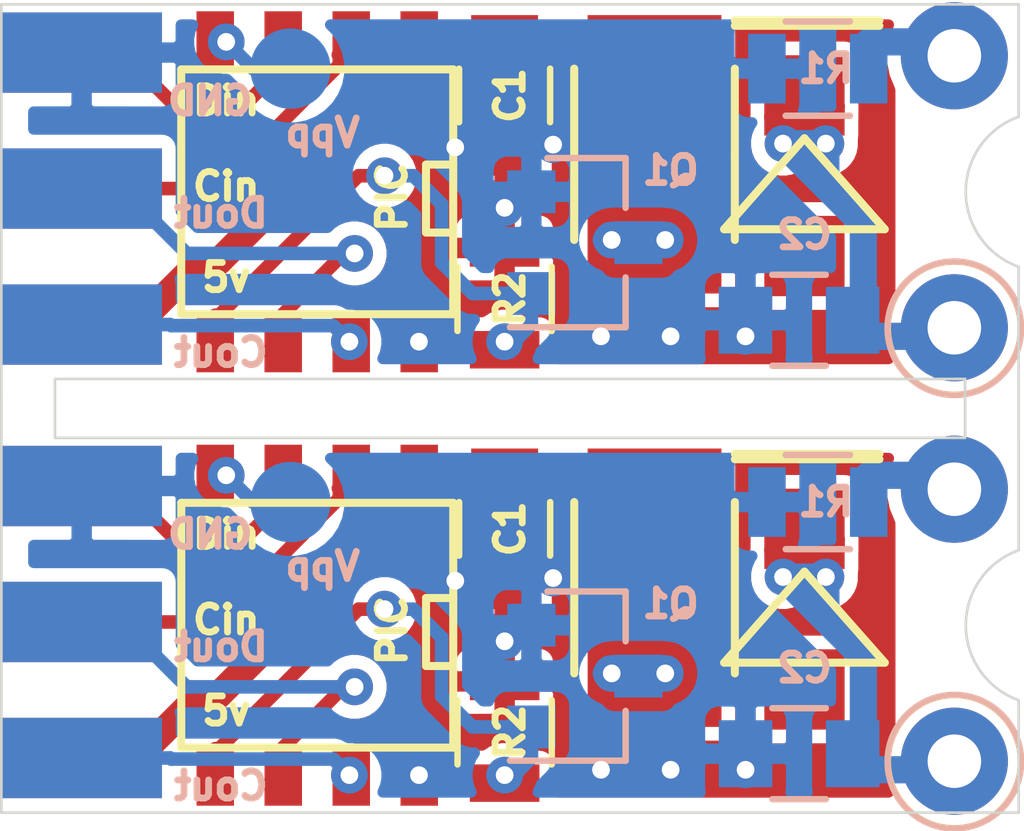
<source format=kicad_pcb>
(kicad_pcb (version 20171130) (host pcbnew "(5.1.4)-1")

  (general
    (thickness 1.6)
    (drawings 38)
    (tracks 190)
    (zones 0)
    (modules 26)
    (nets 12)
  )

  (page A4)
  (layers
    (0 F.Cu signal)
    (31 B.Cu signal)
    (32 B.Adhes user hide)
    (33 F.Adhes user hide)
    (34 B.Paste user hide)
    (35 F.Paste user hide)
    (36 B.SilkS user)
    (37 F.SilkS user)
    (38 B.Mask user)
    (39 F.Mask user)
    (40 Dwgs.User user hide)
    (41 Cmts.User user hide)
    (42 Eco1.User user hide)
    (43 Eco2.User user hide)
    (44 Edge.Cuts user)
    (45 Margin user hide)
    (46 B.CrtYd user hide)
    (47 F.CrtYd user hide)
    (48 B.Fab user hide)
    (49 F.Fab user hide)
  )

  (setup
    (last_trace_width 0.1524)
    (user_trace_width 0.254)
    (user_trace_width 0.508)
    (trace_clearance 0.1524)
    (zone_clearance 0.254)
    (zone_45_only no)
    (trace_min 0.1524)
    (via_size 0.6858)
    (via_drill 0.3302)
    (via_min_size 0.508)
    (via_min_drill 0.254)
    (uvia_size 0.6858)
    (uvia_drill 0.3302)
    (uvias_allowed no)
    (uvia_min_size 0.2)
    (uvia_min_drill 0.1)
    (edge_width 0.05)
    (segment_width 0.2)
    (pcb_text_width 0.3)
    (pcb_text_size 1.5 1.5)
    (mod_edge_width 0.12)
    (mod_text_size 1 1)
    (mod_text_width 0.15)
    (pad_size 1.524 1.524)
    (pad_drill 0.762)
    (pad_to_mask_clearance 0.0508)
    (solder_mask_min_width 0.1016)
    (aux_axis_origin 0 0)
    (visible_elements 7FFFFFFF)
    (pcbplotparams
      (layerselection 0x010fc_ffffffff)
      (usegerberextensions false)
      (usegerberattributes false)
      (usegerberadvancedattributes false)
      (creategerberjobfile false)
      (excludeedgelayer true)
      (linewidth 0.100000)
      (plotframeref false)
      (viasonmask false)
      (mode 1)
      (useauxorigin false)
      (hpglpennumber 1)
      (hpglpenspeed 20)
      (hpglpendiameter 15.000000)
      (psnegative false)
      (psa4output false)
      (plotreference true)
      (plotvalue true)
      (plotinvisibletext false)
      (padsonsilk false)
      (subtractmaskfromsilk false)
      (outputformat 1)
      (mirror false)
      (drillshape 0)
      (scaleselection 1)
      (outputdirectory "gerber/"))
  )

  (net 0 "")
  (net 1 +5V)
  (net 2 GND)
  (net 3 "Net-(C2-Pad1)")
  (net 4 "Net-(D1-Pad2)")
  (net 5 "Net-(J1-Pad2)")
  (net 6 /SDAin)
  (net 7 /SCKin)
  (net 8 /SCKout)
  (net 9 /SDAout)
  (net 10 /Vpp)
  (net 11 "Net-(Q1-Pad1)")

  (net_class Default "This is the default net class."
    (clearance 0.1524)
    (trace_width 0.1524)
    (via_dia 0.6858)
    (via_drill 0.3302)
    (uvia_dia 0.6858)
    (uvia_drill 0.3302)
    (diff_pair_width 0.1524)
    (diff_pair_gap 0.1524)
    (add_net +5V)
    (add_net /SCKin)
    (add_net /SCKout)
    (add_net /SDAin)
    (add_net /SDAout)
    (add_net /Vpp)
    (add_net GND)
    (add_net "Net-(C2-Pad1)")
    (add_net "Net-(D1-Pad2)")
    (add_net "Net-(J1-Pad2)")
    (add_net "Net-(Q1-Pad1)")
  )

  (module neonpixel:drill0_5 (layer F.Cu) (tedit 5EB91DCA) (tstamp 5EB92442)
    (at 130.5 51.45)
    (fp_text reference " " (at 0 0.5) (layer F.Fab) hide
      (effects (font (size 1 1) (thickness 0.15)))
    )
    (fp_text value drill0_5 (at 0 -0.5) (layer F.Fab) hide
      (effects (font (size 1 1) (thickness 0.15)))
    )
    (pad "" np_thru_hole circle (at 0 0) (size 0.5 0.5) (drill 0.5) (layers *.Cu *.Mask))
  )

  (module neonpixel:drill0_5 (layer F.Cu) (tedit 5EB91DCA) (tstamp 5EB92431)
    (at 148.5 51.45)
    (fp_text reference " " (at 0 0.5) (layer F.Fab) hide
      (effects (font (size 1 1) (thickness 0.15)))
    )
    (fp_text value drill0_5 (at 0 -0.5) (layer F.Fab) hide
      (effects (font (size 1 1) (thickness 0.15)))
    )
    (pad "" np_thru_hole circle (at 0 0) (size 0.5 0.5) (drill 0.5) (layers *.Cu *.Mask))
  )

  (module Capacitors_SMD:C_0805 (layer F.Cu) (tedit 58AA8463) (tstamp 5EB91912)
    (at 139.3992 45.6044 270)
    (descr "Capacitor SMD 0805, reflow soldering, AVX (see smccp.pdf)")
    (tags "capacitor 0805")
    (path /5EAED232)
    (attr smd)
    (fp_text reference C1 (at 0 -0.1 90) (layer F.SilkS)
      (effects (font (size 0.508 0.508) (thickness 0.127)))
    )
    (fp_text value 100n (at 0 1.75 90) (layer F.Fab)
      (effects (font (size 1 1) (thickness 0.15)))
    )
    (fp_line (start 1.75 0.87) (end -1.75 0.87) (layer F.CrtYd) (width 0.05))
    (fp_line (start 1.75 0.87) (end 1.75 -0.88) (layer F.CrtYd) (width 0.05))
    (fp_line (start -1.75 -0.88) (end -1.75 0.87) (layer F.CrtYd) (width 0.05))
    (fp_line (start -1.75 -0.88) (end 1.75 -0.88) (layer F.CrtYd) (width 0.05))
    (fp_line (start -0.5 0.85) (end 0.5 0.85) (layer F.SilkS) (width 0.12))
    (fp_line (start 0.5 -0.85) (end -0.5 -0.85) (layer F.SilkS) (width 0.12))
    (fp_line (start -1 -0.62) (end 1 -0.62) (layer F.Fab) (width 0.1))
    (fp_line (start 1 -0.62) (end 1 0.62) (layer F.Fab) (width 0.1))
    (fp_line (start 1 0.62) (end -1 0.62) (layer F.Fab) (width 0.1))
    (fp_line (start -1 0.62) (end -1 -0.62) (layer F.Fab) (width 0.1))
    (fp_text user %R (at 0 -1.5 90) (layer F.Fab)
      (effects (font (size 1 1) (thickness 0.15)))
    )
    (pad 2 smd rect (at 1 0 270) (size 1 1.25) (layers F.Cu F.Paste F.Mask))
    (pad 1 smd rect (at -1 0 270) (size 1 1.25) (layers F.Cu F.Paste F.Mask))
    (model Capacitors_SMD.3dshapes/C_0805.wrl
      (at (xyz 0 0 0))
      (scale (xyz 1 1 1))
      (rotate (xyz 0 0 0))
    )
  )

  (module Capacitors_SMD:C_0805 (layer B.Cu) (tedit 58AA8463) (tstamp 5EB91902)
    (at 144.8992 49.8044 180)
    (descr "Capacitor SMD 0805, reflow soldering, AVX (see smccp.pdf)")
    (tags "capacitor 0805")
    (path /5EAECE88)
    (attr smd)
    (fp_text reference C2 (at -0.1 1.6) (layer B.SilkS)
      (effects (font (size 0.508 0.508) (thickness 0.127)) (justify mirror))
    )
    (fp_text value 1n (at 0 -1.75) (layer B.Fab)
      (effects (font (size 1 1) (thickness 0.15)) (justify mirror))
    )
    (fp_line (start 1.75 -0.87) (end -1.75 -0.87) (layer B.CrtYd) (width 0.05))
    (fp_line (start 1.75 -0.87) (end 1.75 0.88) (layer B.CrtYd) (width 0.05))
    (fp_line (start -1.75 0.88) (end -1.75 -0.87) (layer B.CrtYd) (width 0.05))
    (fp_line (start -1.75 0.88) (end 1.75 0.88) (layer B.CrtYd) (width 0.05))
    (fp_line (start -0.5 -0.85) (end 0.5 -0.85) (layer B.SilkS) (width 0.12))
    (fp_line (start 0.5 0.85) (end -0.5 0.85) (layer B.SilkS) (width 0.12))
    (fp_line (start -1 0.62) (end 1 0.62) (layer B.Fab) (width 0.1))
    (fp_line (start 1 0.62) (end 1 -0.62) (layer B.Fab) (width 0.1))
    (fp_line (start 1 -0.62) (end -1 -0.62) (layer B.Fab) (width 0.1))
    (fp_line (start -1 -0.62) (end -1 0.62) (layer B.Fab) (width 0.1))
    (fp_text user %R (at 0 1.5) (layer B.Fab)
      (effects (font (size 1 1) (thickness 0.15)) (justify mirror))
    )
    (pad 2 smd rect (at 1 0 180) (size 1 1.25) (layers B.Cu B.Paste B.Mask))
    (pad 1 smd rect (at -1 0 180) (size 1 1.25) (layers B.Cu B.Paste B.Mask))
    (model Capacitors_SMD.3dshapes/C_0805.wrl
      (at (xyz 0 0 0))
      (scale (xyz 1 1 1))
      (rotate (xyz 0 0 0))
    )
  )

  (module TO_SOT_Packages_SMD:SOT-23 (layer B.Cu) (tedit 58CE4E7E) (tstamp 5EB918EE)
    (at 140.8992 48.3544)
    (descr "SOT-23, Standard")
    (tags SOT-23)
    (path /5EAE9CA1)
    (attr smd)
    (fp_text reference Q1 (at 1.6 -1.35) (layer B.SilkS)
      (effects (font (size 0.508 0.508) (thickness 0.127)) (justify mirror))
    )
    (fp_text value BSS138 (at 0 -2.5) (layer B.Fab)
      (effects (font (size 1 1) (thickness 0.15)) (justify mirror))
    )
    (fp_line (start 0.76 -1.58) (end -0.7 -1.58) (layer B.SilkS) (width 0.12))
    (fp_line (start 0.76 1.58) (end -1.4 1.58) (layer B.SilkS) (width 0.12))
    (fp_line (start -1.7 -1.75) (end -1.7 1.75) (layer B.CrtYd) (width 0.05))
    (fp_line (start 1.7 -1.75) (end -1.7 -1.75) (layer B.CrtYd) (width 0.05))
    (fp_line (start 1.7 1.75) (end 1.7 -1.75) (layer B.CrtYd) (width 0.05))
    (fp_line (start -1.7 1.75) (end 1.7 1.75) (layer B.CrtYd) (width 0.05))
    (fp_line (start 0.76 1.58) (end 0.76 0.65) (layer B.SilkS) (width 0.12))
    (fp_line (start 0.76 -1.58) (end 0.76 -0.65) (layer B.SilkS) (width 0.12))
    (fp_line (start -0.7 -1.52) (end 0.7 -1.52) (layer B.Fab) (width 0.1))
    (fp_line (start 0.7 1.52) (end 0.7 -1.52) (layer B.Fab) (width 0.1))
    (fp_line (start -0.7 0.95) (end -0.15 1.52) (layer B.Fab) (width 0.1))
    (fp_line (start -0.15 1.52) (end 0.7 1.52) (layer B.Fab) (width 0.1))
    (fp_line (start -0.7 0.95) (end -0.7 -1.5) (layer B.Fab) (width 0.1))
    (fp_text user %R (at 0 0 270) (layer B.Fab)
      (effects (font (size 0.5 0.5) (thickness 0.075)) (justify mirror))
    )
    (pad 3 smd rect (at 1 0) (size 0.9 0.8) (layers B.Cu B.Paste B.Mask))
    (pad 2 smd rect (at -1 -0.95) (size 0.9 0.8) (layers B.Cu B.Paste B.Mask))
    (pad 1 smd rect (at -1 0.95) (size 0.9 0.8) (layers B.Cu B.Paste B.Mask))
    (model ${KISYS3DMOD}/TO_SOT_Packages_SMD.3dshapes/SOT-23.wrl
      (at (xyz 0 0 0))
      (scale (xyz 1 1 1))
      (rotate (xyz 0 0 0))
    )
  )

  (module Resistors_SMD:R_0805 (layer B.Cu) (tedit 58E0A804) (tstamp 5EB918DE)
    (at 145.2492 45.1044 180)
    (descr "Resistor SMD 0805, reflow soldering, Vishay (see dcrcw.pdf)")
    (tags "resistor 0805")
    (path /5EAEC980)
    (attr smd)
    (fp_text reference R1 (at -0.15 0) (layer B.SilkS)
      (effects (font (size 0.508 0.508) (thickness 0.127)) (justify mirror))
    )
    (fp_text value 10K (at 0 -1.75) (layer B.Fab)
      (effects (font (size 1 1) (thickness 0.15)) (justify mirror))
    )
    (fp_line (start 1.55 -0.9) (end -1.55 -0.9) (layer B.CrtYd) (width 0.05))
    (fp_line (start 1.55 -0.9) (end 1.55 0.9) (layer B.CrtYd) (width 0.05))
    (fp_line (start -1.55 0.9) (end -1.55 -0.9) (layer B.CrtYd) (width 0.05))
    (fp_line (start -1.55 0.9) (end 1.55 0.9) (layer B.CrtYd) (width 0.05))
    (fp_line (start -0.6 0.88) (end 0.6 0.88) (layer B.SilkS) (width 0.12))
    (fp_line (start 0.6 -0.88) (end -0.6 -0.88) (layer B.SilkS) (width 0.12))
    (fp_line (start -1 0.62) (end 1 0.62) (layer B.Fab) (width 0.1))
    (fp_line (start 1 0.62) (end 1 -0.62) (layer B.Fab) (width 0.1))
    (fp_line (start 1 -0.62) (end -1 -0.62) (layer B.Fab) (width 0.1))
    (fp_line (start -1 -0.62) (end -1 0.62) (layer B.Fab) (width 0.1))
    (fp_text user %R (at 0 0) (layer B.Fab)
      (effects (font (size 0.5 0.5) (thickness 0.075)) (justify mirror))
    )
    (pad 2 smd rect (at 0.95 0 180) (size 0.7 1.3) (layers B.Cu B.Paste B.Mask))
    (pad 1 smd rect (at -0.95 0 180) (size 0.7 1.3) (layers B.Cu B.Paste B.Mask))
    (model ${KISYS3DMOD}/Resistors_SMD.3dshapes/R_0805.wrl
      (at (xyz 0 0 0))
      (scale (xyz 1 1 1))
      (rotate (xyz 0 0 0))
    )
  )

  (module Resistors_SMD:R_0805 (layer F.Cu) (tedit 58E0A804) (tstamp 5EB918CE)
    (at 139.3992 49.4044 90)
    (descr "Resistor SMD 0805, reflow soldering, Vishay (see dcrcw.pdf)")
    (tags "resistor 0805")
    (path /5EAEC3E7)
    (attr smd)
    (fp_text reference R2 (at 0 0.1 90) (layer F.SilkS)
      (effects (font (size 0.508 0.508) (thickness 0.127)))
    )
    (fp_text value 100K (at 0 1.75 90) (layer F.Fab)
      (effects (font (size 1 1) (thickness 0.15)))
    )
    (fp_line (start 1.55 0.9) (end -1.55 0.9) (layer F.CrtYd) (width 0.05))
    (fp_line (start 1.55 0.9) (end 1.55 -0.9) (layer F.CrtYd) (width 0.05))
    (fp_line (start -1.55 -0.9) (end -1.55 0.9) (layer F.CrtYd) (width 0.05))
    (fp_line (start -1.55 -0.9) (end 1.55 -0.9) (layer F.CrtYd) (width 0.05))
    (fp_line (start -0.6 -0.88) (end 0.6 -0.88) (layer F.SilkS) (width 0.12))
    (fp_line (start 0.6 0.88) (end -0.6 0.88) (layer F.SilkS) (width 0.12))
    (fp_line (start -1 -0.62) (end 1 -0.62) (layer F.Fab) (width 0.1))
    (fp_line (start 1 -0.62) (end 1 0.62) (layer F.Fab) (width 0.1))
    (fp_line (start 1 0.62) (end -1 0.62) (layer F.Fab) (width 0.1))
    (fp_line (start -1 0.62) (end -1 -0.62) (layer F.Fab) (width 0.1))
    (fp_text user %R (at 0.2 0.41 90) (layer F.Fab)
      (effects (font (size 0.5 0.5) (thickness 0.075)))
    )
    (pad 2 smd rect (at 0.95 0 90) (size 0.7 1.3) (layers F.Cu F.Paste F.Mask))
    (pad 1 smd rect (at -0.95 0 90) (size 0.7 1.3) (layers F.Cu F.Paste F.Mask))
    (model ${KISYS3DMOD}/Resistors_SMD.3dshapes/R_0805.wrl
      (at (xyz 0 0 0))
      (scale (xyz 1 1 1))
      (rotate (xyz 0 0 0))
    )
  )

  (module neonpixel:SMD_3_pin_254 (layer F.Cu) (tedit 5EAED37C) (tstamp 5EB918C7)
    (at 131.4992 49.8844 180)
    (path /5EB1D17B)
    (fp_text reference J2 (at 3.2328 -0.1956) (layer F.SilkS) hide
      (effects (font (size 1 1) (thickness 0.15)))
    )
    (fp_text value Conn_01x03_Female (at 0 2.56) (layer F.Fab)
      (effects (font (size 1 1) (thickness 0.15)))
    )
    (fp_text user %R (at 0 0 90) (layer F.Fab)
      (effects (font (size 1 1) (thickness 0.15)))
    )
    (pad 2 smd rect (at 0 2.54 180) (size 3 1.5) (layers F.Cu F.Paste F.Mask))
    (pad 1 smd rect (at 0 0 180) (size 3 1.5) (layers F.Cu F.Paste F.Mask))
    (pad 3 smd rect (at 0 5.08 180) (size 3 1.5) (layers F.Cu F.Paste F.Mask))
  )

  (module neonpixel:SMD_3_pin_254 (layer B.Cu) (tedit 5EAED37C) (tstamp 5EB918C0)
    (at 131.4992 44.8044 180)
    (path /5EB1DEC1)
    (fp_text reference J3 (at 3.1312 -0.0432) (layer B.SilkS) hide
      (effects (font (size 1 1) (thickness 0.15)) (justify mirror))
    )
    (fp_text value Conn_01x03_Female (at 0 -2.56) (layer B.Fab)
      (effects (font (size 1 1) (thickness 0.15)) (justify mirror))
    )
    (fp_text user %R (at 0 0 270) (layer B.Fab)
      (effects (font (size 1 1) (thickness 0.15)) (justify mirror))
    )
    (pad 2 smd rect (at 0 -2.54 180) (size 3 1.5) (layers B.Cu B.Paste B.Mask))
    (pad 1 smd rect (at 0 0 180) (size 3 1.5) (layers B.Cu B.Paste B.Mask))
    (pad 3 smd rect (at 0 -5.08 180) (size 3 1.5) (layers B.Cu B.Paste B.Mask))
  )

  (module neonpixel:SMD_Diode (layer F.Cu) (tedit 5EAFEAE2) (tstamp 5EB918B6)
    (at 146.4992 47.1044 270)
    (path /5EAEBEA7)
    (fp_text reference D1 (at 0 0.5 90) (layer F.Fab) hide
      (effects (font (size 1 1) (thickness 0.15)))
    )
    (fp_text value D_Schottky (at 0 -2.4 90) (layer F.Fab) hide
      (effects (font (size 1 1) (thickness 0.15)))
    )
    (fp_line (start -2.9 0.1) (end -2.9 2.8) (layer F.SilkS) (width 0.15))
    (fp_line (start -0.7 1.5) (end 1 0) (layer F.SilkS) (width 0.15))
    (fp_line (start 1 0) (end 1 3) (layer F.SilkS) (width 0.15))
    (fp_line (start 1 3) (end -0.7 1.5) (layer F.SilkS) (width 0.15))
    (fp_line (start -2.8 0.1) (end -2.8 2.8) (layer F.SilkS) (width 0.15))
    (pad 1 smd rect (at -1.5 1.5 270) (size 1.5 1.5) (layers F.Cu F.Paste F.Mask))
    (pad 2 smd rect (at 1.5 1.5 270) (size 1.5 1.5) (layers F.Cu F.Paste F.Mask))
  )

  (module neonpixel:SMD_inductor (layer F.Cu) (tedit 5EAFED1A) (tstamp 5EB918AE)
    (at 144.1992 46.7044 270)
    (path /5EAED63B)
    (fp_text reference L1 (at 0 0.5 90) (layer F.Fab) hide
      (effects (font (size 1 1) (thickness 0.15)))
    )
    (fp_text value 10uH (at 0 -2.1 90) (layer F.Fab) hide
      (effects (font (size 1 1) (thickness 0.15)))
    )
    (fp_line (start 1.6 0.5) (end 0 0.5) (layer F.SilkS) (width 0.15))
    (fp_line (start -1.6 3.5) (end 1.6 3.5) (layer F.SilkS) (width 0.15))
    (fp_line (start 0 0.5) (end -1.6 0.5) (layer F.SilkS) (width 0.15))
    (pad 2 smd rect (at 1.6 2 270) (size 2 2.5) (layers F.Cu F.Paste F.Mask))
    (pad 1 smd rect (at -1.6 2 270) (size 2 2.5) (layers F.Cu F.Paste F.Mask))
  )

  (module neonpixel:NeonPins (layer F.Cu) (tedit 5EB006B1) (tstamp 5EB918A9)
    (at 145.7992 47.4044 90)
    (path /5EAF66E3)
    (fp_text reference J1 (at 0 0.5 90) (layer F.Fab) hide
      (effects (font (size 1 1) (thickness 0.15)))
    )
    (fp_text value Conn_01x02_Female (at 0 -0.5 90) (layer F.Fab) hide
      (effects (font (size 1 1) (thickness 0.15)))
    )
    (pad 1 thru_hole circle (at -2.54 2 90) (size 2 2) (drill 1) (layers *.Cu *.Mask))
    (pad 2 thru_hole circle (at 2.54 2 90) (size 2 2) (drill 1) (layers *.Cu *.Mask))
  )

  (module SMD_Packages:SOIC-8-N (layer F.Cu) (tedit 5EB67B3C) (tstamp 5EB91897)
    (at 135.8992 47.4044 180)
    (descr "Module Narrow CMS SOJ 8 pins large")
    (tags "CMS SOJ")
    (path /5EAE9375)
    (attr smd)
    (fp_text reference PIC (at -1.4 -0.1 270) (layer F.SilkS)
      (effects (font (size 0.508 0.508) (thickness 0.127)))
    )
    (fp_text value PIC16F15313 (at 0 1.27 180) (layer F.Fab)
      (effects (font (size 1 1) (thickness 0.15)))
    )
    (fp_line (start -2.032 0.508) (end -2.54 0.508) (layer F.SilkS) (width 0.15))
    (fp_line (start -2.032 -0.762) (end -2.032 0.508) (layer F.SilkS) (width 0.15))
    (fp_line (start -2.54 -0.762) (end -2.032 -0.762) (layer F.SilkS) (width 0.15))
    (fp_line (start -2.54 2.286) (end -2.54 -2.286) (layer F.SilkS) (width 0.15))
    (fp_line (start 2.54 2.286) (end -2.54 2.286) (layer F.SilkS) (width 0.15))
    (fp_line (start 2.54 -2.286) (end 2.54 2.286) (layer F.SilkS) (width 0.15))
    (fp_line (start -2.54 -2.286) (end 2.54 -2.286) (layer F.SilkS) (width 0.15))
    (pad 1 smd rect (at -1.905 2.8 180) (size 0.7 1.143) (layers F.Cu F.Paste F.Mask))
    (pad 2 smd rect (at -0.635 2.8 180) (size 0.7 1.143) (layers F.Cu F.Paste F.Mask))
    (pad 3 smd rect (at 0.635 2.8 180) (size 0.7 1.143) (layers F.Cu F.Paste F.Mask))
    (pad 4 smd rect (at 1.905 2.8 180) (size 0.7 1.143) (layers F.Cu F.Paste F.Mask))
    (pad 5 smd rect (at 1.905 -2.8 180) (size 0.7 1.143) (layers F.Cu F.Paste F.Mask))
    (pad 6 smd rect (at 0.635 -2.8 180) (size 0.7 1.143) (layers F.Cu F.Paste F.Mask))
    (pad 7 smd rect (at -0.635 -2.8 180) (size 0.7 1.143) (layers F.Cu F.Paste F.Mask))
    (pad 8 smd rect (at -1.905 -2.8 180) (size 0.7 1.143) (layers F.Cu F.Paste F.Mask))
    (model SMD_Packages.3dshapes/SOIC-8-N.wrl
      (at (xyz 0 0 0))
      (scale (xyz 0.5 0.38 0.5))
      (rotate (xyz 0 0 0))
    )
  )

  (module neonpixel:SMD_pad (layer B.Cu) (tedit 5EB0150F) (tstamp 5EB91893)
    (at 135.3992 46.3044)
    (path /5EB1C667)
    (fp_text reference J4 (at 0 -0.5) (layer B.Fab) hide
      (effects (font (size 1 1) (thickness 0.15)) (justify mirror))
    )
    (fp_text value Conn_01x01_Female (at 0 0.5) (layer B.Fab) hide
      (effects (font (size 1 1) (thickness 0.15)) (justify mirror))
    )
    (pad 1 smd circle (at 0 -1.2) (size 1.5 1.5) (layers B.Cu B.Paste B.Mask))
  )

  (module neonpixel:SMD_pad (layer B.Cu) (tedit 5EB0150F) (tstamp 5EAED13B)
    (at 135.4 54.4)
    (path /5EB1C667)
    (fp_text reference J4 (at 0 -0.5) (layer B.Fab) hide
      (effects (font (size 1 1) (thickness 0.15)) (justify mirror))
    )
    (fp_text value Conn_01x01_Female (at 0 0.5) (layer B.Fab) hide
      (effects (font (size 1 1) (thickness 0.15)) (justify mirror))
    )
    (pad 1 smd circle (at 0 -1.2) (size 1.5 1.5) (layers B.Cu B.Paste B.Mask)
      (net 10 /Vpp))
  )

  (module SMD_Packages:SOIC-8-N (layer F.Cu) (tedit 5EB67B3C) (tstamp 5EB007FB)
    (at 135.9 55.5 180)
    (descr "Module Narrow CMS SOJ 8 pins large")
    (tags "CMS SOJ")
    (path /5EAE9375)
    (attr smd)
    (fp_text reference PIC (at -1.4 -0.1 270) (layer F.SilkS)
      (effects (font (size 0.508 0.508) (thickness 0.127)))
    )
    (fp_text value PIC16F15313 (at 0 1.27 180) (layer F.Fab)
      (effects (font (size 1 1) (thickness 0.15)))
    )
    (fp_line (start -2.54 -2.286) (end 2.54 -2.286) (layer F.SilkS) (width 0.15))
    (fp_line (start 2.54 -2.286) (end 2.54 2.286) (layer F.SilkS) (width 0.15))
    (fp_line (start 2.54 2.286) (end -2.54 2.286) (layer F.SilkS) (width 0.15))
    (fp_line (start -2.54 2.286) (end -2.54 -2.286) (layer F.SilkS) (width 0.15))
    (fp_line (start -2.54 -0.762) (end -2.032 -0.762) (layer F.SilkS) (width 0.15))
    (fp_line (start -2.032 -0.762) (end -2.032 0.508) (layer F.SilkS) (width 0.15))
    (fp_line (start -2.032 0.508) (end -2.54 0.508) (layer F.SilkS) (width 0.15))
    (pad 8 smd rect (at -1.905 -2.8 180) (size 0.7 1.143) (layers F.Cu F.Paste F.Mask)
      (net 2 GND))
    (pad 7 smd rect (at -0.635 -2.8 180) (size 0.7 1.143) (layers F.Cu F.Paste F.Mask)
      (net 8 /SCKout))
    (pad 6 smd rect (at 0.635 -2.8 180) (size 0.7 1.143) (layers F.Cu F.Paste F.Mask)
      (net 9 /SDAout))
    (pad 5 smd rect (at 1.905 -2.8 180) (size 0.7 1.143) (layers F.Cu F.Paste F.Mask)
      (net 11 "Net-(Q1-Pad1)"))
    (pad 4 smd rect (at 1.905 2.8 180) (size 0.7 1.143) (layers F.Cu F.Paste F.Mask)
      (net 10 /Vpp))
    (pad 3 smd rect (at 0.635 2.8 180) (size 0.7 1.143) (layers F.Cu F.Paste F.Mask)
      (net 6 /SDAin))
    (pad 2 smd rect (at -0.635 2.8 180) (size 0.7 1.143) (layers F.Cu F.Paste F.Mask)
      (net 7 /SCKin))
    (pad 1 smd rect (at -1.905 2.8 180) (size 0.7 1.143) (layers F.Cu F.Paste F.Mask)
      (net 1 +5V))
    (model SMD_Packages.3dshapes/SOIC-8-N.wrl
      (at (xyz 0 0 0))
      (scale (xyz 0.5 0.38 0.5))
      (rotate (xyz 0 0 0))
    )
  )

  (module neonpixel:NeonPins (layer F.Cu) (tedit 5EB006B1) (tstamp 5EB01BA7)
    (at 145.8 55.5 90)
    (path /5EAF66E3)
    (fp_text reference J1 (at 0 0.5 90) (layer F.Fab) hide
      (effects (font (size 1 1) (thickness 0.15)))
    )
    (fp_text value Conn_01x02_Female (at 0 -0.5 90) (layer F.Fab) hide
      (effects (font (size 1 1) (thickness 0.15)))
    )
    (pad 2 thru_hole circle (at 2.54 2 90) (size 2 2) (drill 1) (layers *.Cu *.Mask)
      (net 5 "Net-(J1-Pad2)"))
    (pad 1 thru_hole circle (at -2.54 2 90) (size 2 2) (drill 1) (layers *.Cu *.Mask)
      (net 3 "Net-(C2-Pad1)"))
  )

  (module neonpixel:SMD_inductor (layer F.Cu) (tedit 5EAFED1A) (tstamp 5EAECD40)
    (at 144.2 54.8 270)
    (path /5EAED63B)
    (fp_text reference L1 (at 0 0.5 90) (layer F.Fab) hide
      (effects (font (size 1 1) (thickness 0.15)))
    )
    (fp_text value 10uH (at 0 -2.1 90) (layer F.Fab) hide
      (effects (font (size 1 1) (thickness 0.15)))
    )
    (fp_line (start 0 0.5) (end -1.6 0.5) (layer F.SilkS) (width 0.15))
    (fp_line (start -1.6 3.5) (end 1.6 3.5) (layer F.SilkS) (width 0.15))
    (fp_line (start 1.6 0.5) (end 0 0.5) (layer F.SilkS) (width 0.15))
    (pad 1 smd rect (at -1.6 2 270) (size 2 2.5) (layers F.Cu F.Paste F.Mask)
      (net 1 +5V))
    (pad 2 smd rect (at 1.6 2 270) (size 2 2.5) (layers F.Cu F.Paste F.Mask)
      (net 4 "Net-(D1-Pad2)"))
  )

  (module neonpixel:SMD_Diode (layer F.Cu) (tedit 5EAFEAE2) (tstamp 5EAECD31)
    (at 146.5 55.2 270)
    (path /5EAEBEA7)
    (fp_text reference D1 (at 0 0.5 90) (layer F.Fab) hide
      (effects (font (size 1 1) (thickness 0.15)))
    )
    (fp_text value D_Schottky (at 0 -2.4 90) (layer F.Fab) hide
      (effects (font (size 1 1) (thickness 0.15)))
    )
    (fp_line (start -2.8 0.1) (end -2.8 2.8) (layer F.SilkS) (width 0.15))
    (fp_line (start 1 3) (end -0.7 1.5) (layer F.SilkS) (width 0.15))
    (fp_line (start 1 0) (end 1 3) (layer F.SilkS) (width 0.15))
    (fp_line (start -0.7 1.5) (end 1 0) (layer F.SilkS) (width 0.15))
    (fp_line (start -2.9 0.1) (end -2.9 2.8) (layer F.SilkS) (width 0.15))
    (pad 2 smd rect (at 1.5 1.5 270) (size 1.5 1.5) (layers F.Cu F.Paste F.Mask)
      (net 4 "Net-(D1-Pad2)"))
    (pad 1 smd rect (at -1.5 1.5 270) (size 1.5 1.5) (layers F.Cu F.Paste F.Mask)
      (net 3 "Net-(C2-Pad1)"))
  )

  (module neonpixel:SMD_3_pin_254 (layer B.Cu) (tedit 5EAED37C) (tstamp 5EAECF14)
    (at 131.5 52.9 180)
    (path /5EB1DEC1)
    (fp_text reference J3 (at 2.674 -0.1956) (layer B.SilkS) hide
      (effects (font (size 1 1) (thickness 0.15)) (justify mirror))
    )
    (fp_text value Conn_01x03_Female (at 0 -2.56) (layer B.Fab)
      (effects (font (size 1 1) (thickness 0.15)) (justify mirror))
    )
    (fp_text user %R (at 0 0 270) (layer B.Fab)
      (effects (font (size 1 1) (thickness 0.15)) (justify mirror))
    )
    (pad 3 smd rect (at 0 -5.08 180) (size 3 1.5) (layers B.Cu B.Paste B.Mask)
      (net 8 /SCKout))
    (pad 1 smd rect (at 0 0 180) (size 3 1.5) (layers B.Cu B.Paste B.Mask)
      (net 2 GND))
    (pad 2 smd rect (at 0 -2.54 180) (size 3 1.5) (layers B.Cu B.Paste B.Mask)
      (net 9 /SDAout))
  )

  (module neonpixel:SMD_3_pin_254 (layer F.Cu) (tedit 5EAED37C) (tstamp 5EAECD37)
    (at 131.5 57.98 180)
    (path /5EB1D17B)
    (fp_text reference J2 (at 2.8264 -0.094) (layer F.SilkS) hide
      (effects (font (size 1 1) (thickness 0.15)))
    )
    (fp_text value Conn_01x03_Female (at 0 2.56) (layer F.Fab)
      (effects (font (size 1 1) (thickness 0.15)))
    )
    (fp_text user %R (at 0 0 90) (layer F.Fab)
      (effects (font (size 1 1) (thickness 0.15)))
    )
    (pad 3 smd rect (at 0 5.08 180) (size 3 1.5) (layers F.Cu F.Paste F.Mask)
      (net 6 /SDAin))
    (pad 1 smd rect (at 0 0 180) (size 3 1.5) (layers F.Cu F.Paste F.Mask)
      (net 1 +5V))
    (pad 2 smd rect (at 0 2.54 180) (size 3 1.5) (layers F.Cu F.Paste F.Mask)
      (net 7 /SCKin))
  )

  (module Resistors_SMD:R_0805 (layer F.Cu) (tedit 58E0A804) (tstamp 5EAECD49)
    (at 139.4 57.5 90)
    (descr "Resistor SMD 0805, reflow soldering, Vishay (see dcrcw.pdf)")
    (tags "resistor 0805")
    (path /5EAEC3E7)
    (attr smd)
    (fp_text reference R2 (at 0 0.1 90) (layer F.SilkS)
      (effects (font (size 0.508 0.508) (thickness 0.127)))
    )
    (fp_text value 100K (at 0 1.75 90) (layer F.Fab)
      (effects (font (size 1 1) (thickness 0.15)))
    )
    (fp_text user %R (at 0.2 0.41 90) (layer F.Fab)
      (effects (font (size 0.5 0.5) (thickness 0.075)))
    )
    (fp_line (start -1 0.62) (end -1 -0.62) (layer F.Fab) (width 0.1))
    (fp_line (start 1 0.62) (end -1 0.62) (layer F.Fab) (width 0.1))
    (fp_line (start 1 -0.62) (end 1 0.62) (layer F.Fab) (width 0.1))
    (fp_line (start -1 -0.62) (end 1 -0.62) (layer F.Fab) (width 0.1))
    (fp_line (start 0.6 0.88) (end -0.6 0.88) (layer F.SilkS) (width 0.12))
    (fp_line (start -0.6 -0.88) (end 0.6 -0.88) (layer F.SilkS) (width 0.12))
    (fp_line (start -1.55 -0.9) (end 1.55 -0.9) (layer F.CrtYd) (width 0.05))
    (fp_line (start -1.55 -0.9) (end -1.55 0.9) (layer F.CrtYd) (width 0.05))
    (fp_line (start 1.55 0.9) (end 1.55 -0.9) (layer F.CrtYd) (width 0.05))
    (fp_line (start 1.55 0.9) (end -1.55 0.9) (layer F.CrtYd) (width 0.05))
    (pad 1 smd rect (at -0.95 0 90) (size 0.7 1.3) (layers F.Cu F.Paste F.Mask)
      (net 11 "Net-(Q1-Pad1)"))
    (pad 2 smd rect (at 0.95 0 90) (size 0.7 1.3) (layers F.Cu F.Paste F.Mask)
      (net 2 GND))
    (model ${KISYS3DMOD}/Resistors_SMD.3dshapes/R_0805.wrl
      (at (xyz 0 0 0))
      (scale (xyz 1 1 1))
      (rotate (xyz 0 0 0))
    )
  )

  (module Resistors_SMD:R_0805 (layer B.Cu) (tedit 58E0A804) (tstamp 5EAED3FF)
    (at 145.25 53.2 180)
    (descr "Resistor SMD 0805, reflow soldering, Vishay (see dcrcw.pdf)")
    (tags "resistor 0805")
    (path /5EAEC980)
    (attr smd)
    (fp_text reference R1 (at -0.15 0) (layer B.SilkS)
      (effects (font (size 0.508 0.508) (thickness 0.127)) (justify mirror))
    )
    (fp_text value 10K (at 0 -1.75) (layer B.Fab)
      (effects (font (size 1 1) (thickness 0.15)) (justify mirror))
    )
    (fp_text user %R (at 0 0) (layer B.Fab)
      (effects (font (size 0.5 0.5) (thickness 0.075)) (justify mirror))
    )
    (fp_line (start -1 -0.62) (end -1 0.62) (layer B.Fab) (width 0.1))
    (fp_line (start 1 -0.62) (end -1 -0.62) (layer B.Fab) (width 0.1))
    (fp_line (start 1 0.62) (end 1 -0.62) (layer B.Fab) (width 0.1))
    (fp_line (start -1 0.62) (end 1 0.62) (layer B.Fab) (width 0.1))
    (fp_line (start 0.6 -0.88) (end -0.6 -0.88) (layer B.SilkS) (width 0.12))
    (fp_line (start -0.6 0.88) (end 0.6 0.88) (layer B.SilkS) (width 0.12))
    (fp_line (start -1.55 0.9) (end 1.55 0.9) (layer B.CrtYd) (width 0.05))
    (fp_line (start -1.55 0.9) (end -1.55 -0.9) (layer B.CrtYd) (width 0.05))
    (fp_line (start 1.55 -0.9) (end 1.55 0.9) (layer B.CrtYd) (width 0.05))
    (fp_line (start 1.55 -0.9) (end -1.55 -0.9) (layer B.CrtYd) (width 0.05))
    (pad 1 smd rect (at -0.95 0 180) (size 0.7 1.3) (layers B.Cu B.Paste B.Mask)
      (net 5 "Net-(J1-Pad2)"))
    (pad 2 smd rect (at 0.95 0 180) (size 0.7 1.3) (layers B.Cu B.Paste B.Mask)
      (net 2 GND))
    (model ${KISYS3DMOD}/Resistors_SMD.3dshapes/R_0805.wrl
      (at (xyz 0 0 0))
      (scale (xyz 1 1 1))
      (rotate (xyz 0 0 0))
    )
  )

  (module TO_SOT_Packages_SMD:SOT-23 (layer B.Cu) (tedit 58CE4E7E) (tstamp 5EAED4AF)
    (at 140.9 56.45)
    (descr "SOT-23, Standard")
    (tags SOT-23)
    (path /5EAE9CA1)
    (attr smd)
    (fp_text reference Q1 (at 1.6 -1.35) (layer B.SilkS)
      (effects (font (size 0.508 0.508) (thickness 0.127)) (justify mirror))
    )
    (fp_text value BSS138 (at 0 -2.5) (layer B.Fab)
      (effects (font (size 1 1) (thickness 0.15)) (justify mirror))
    )
    (fp_text user %R (at 0 0 270) (layer B.Fab)
      (effects (font (size 0.5 0.5) (thickness 0.075)) (justify mirror))
    )
    (fp_line (start -0.7 0.95) (end -0.7 -1.5) (layer B.Fab) (width 0.1))
    (fp_line (start -0.15 1.52) (end 0.7 1.52) (layer B.Fab) (width 0.1))
    (fp_line (start -0.7 0.95) (end -0.15 1.52) (layer B.Fab) (width 0.1))
    (fp_line (start 0.7 1.52) (end 0.7 -1.52) (layer B.Fab) (width 0.1))
    (fp_line (start -0.7 -1.52) (end 0.7 -1.52) (layer B.Fab) (width 0.1))
    (fp_line (start 0.76 -1.58) (end 0.76 -0.65) (layer B.SilkS) (width 0.12))
    (fp_line (start 0.76 1.58) (end 0.76 0.65) (layer B.SilkS) (width 0.12))
    (fp_line (start -1.7 1.75) (end 1.7 1.75) (layer B.CrtYd) (width 0.05))
    (fp_line (start 1.7 1.75) (end 1.7 -1.75) (layer B.CrtYd) (width 0.05))
    (fp_line (start 1.7 -1.75) (end -1.7 -1.75) (layer B.CrtYd) (width 0.05))
    (fp_line (start -1.7 -1.75) (end -1.7 1.75) (layer B.CrtYd) (width 0.05))
    (fp_line (start 0.76 1.58) (end -1.4 1.58) (layer B.SilkS) (width 0.12))
    (fp_line (start 0.76 -1.58) (end -0.7 -1.58) (layer B.SilkS) (width 0.12))
    (pad 1 smd rect (at -1 0.95) (size 0.9 0.8) (layers B.Cu B.Paste B.Mask)
      (net 11 "Net-(Q1-Pad1)"))
    (pad 2 smd rect (at -1 -0.95) (size 0.9 0.8) (layers B.Cu B.Paste B.Mask)
      (net 2 GND))
    (pad 3 smd rect (at 1 0) (size 0.9 0.8) (layers B.Cu B.Paste B.Mask)
      (net 4 "Net-(D1-Pad2)"))
    (model ${KISYS3DMOD}/TO_SOT_Packages_SMD.3dshapes/SOT-23.wrl
      (at (xyz 0 0 0))
      (scale (xyz 1 1 1))
      (rotate (xyz 0 0 0))
    )
  )

  (module Capacitors_SMD:C_0805 (layer B.Cu) (tedit 58AA8463) (tstamp 5EAECD2E)
    (at 144.9 57.9 180)
    (descr "Capacitor SMD 0805, reflow soldering, AVX (see smccp.pdf)")
    (tags "capacitor 0805")
    (path /5EAECE88)
    (attr smd)
    (fp_text reference C2 (at -0.1 1.6) (layer B.SilkS)
      (effects (font (size 0.508 0.508) (thickness 0.127)) (justify mirror))
    )
    (fp_text value 1n (at 0 -1.75) (layer B.Fab)
      (effects (font (size 1 1) (thickness 0.15)) (justify mirror))
    )
    (fp_text user %R (at 0 1.5) (layer B.Fab)
      (effects (font (size 1 1) (thickness 0.15)) (justify mirror))
    )
    (fp_line (start -1 -0.62) (end -1 0.62) (layer B.Fab) (width 0.1))
    (fp_line (start 1 -0.62) (end -1 -0.62) (layer B.Fab) (width 0.1))
    (fp_line (start 1 0.62) (end 1 -0.62) (layer B.Fab) (width 0.1))
    (fp_line (start -1 0.62) (end 1 0.62) (layer B.Fab) (width 0.1))
    (fp_line (start 0.5 0.85) (end -0.5 0.85) (layer B.SilkS) (width 0.12))
    (fp_line (start -0.5 -0.85) (end 0.5 -0.85) (layer B.SilkS) (width 0.12))
    (fp_line (start -1.75 0.88) (end 1.75 0.88) (layer B.CrtYd) (width 0.05))
    (fp_line (start -1.75 0.88) (end -1.75 -0.87) (layer B.CrtYd) (width 0.05))
    (fp_line (start 1.75 -0.87) (end 1.75 0.88) (layer B.CrtYd) (width 0.05))
    (fp_line (start 1.75 -0.87) (end -1.75 -0.87) (layer B.CrtYd) (width 0.05))
    (pad 1 smd rect (at -1 0 180) (size 1 1.25) (layers B.Cu B.Paste B.Mask)
      (net 3 "Net-(C2-Pad1)"))
    (pad 2 smd rect (at 1 0 180) (size 1 1.25) (layers B.Cu B.Paste B.Mask)
      (net 2 GND))
    (model Capacitors_SMD.3dshapes/C_0805.wrl
      (at (xyz 0 0 0))
      (scale (xyz 1 1 1))
      (rotate (xyz 0 0 0))
    )
  )

  (module Capacitors_SMD:C_0805 (layer F.Cu) (tedit 58AA8463) (tstamp 5EAECD2B)
    (at 139.4 53.7 270)
    (descr "Capacitor SMD 0805, reflow soldering, AVX (see smccp.pdf)")
    (tags "capacitor 0805")
    (path /5EAED232)
    (attr smd)
    (fp_text reference C1 (at 0 -0.1 90) (layer F.SilkS)
      (effects (font (size 0.508 0.508) (thickness 0.127)))
    )
    (fp_text value 100n (at 0 1.75 90) (layer F.Fab)
      (effects (font (size 1 1) (thickness 0.15)))
    )
    (fp_text user %R (at 0 -1.5 90) (layer F.Fab)
      (effects (font (size 1 1) (thickness 0.15)))
    )
    (fp_line (start -1 0.62) (end -1 -0.62) (layer F.Fab) (width 0.1))
    (fp_line (start 1 0.62) (end -1 0.62) (layer F.Fab) (width 0.1))
    (fp_line (start 1 -0.62) (end 1 0.62) (layer F.Fab) (width 0.1))
    (fp_line (start -1 -0.62) (end 1 -0.62) (layer F.Fab) (width 0.1))
    (fp_line (start 0.5 -0.85) (end -0.5 -0.85) (layer F.SilkS) (width 0.12))
    (fp_line (start -0.5 0.85) (end 0.5 0.85) (layer F.SilkS) (width 0.12))
    (fp_line (start -1.75 -0.88) (end 1.75 -0.88) (layer F.CrtYd) (width 0.05))
    (fp_line (start -1.75 -0.88) (end -1.75 0.87) (layer F.CrtYd) (width 0.05))
    (fp_line (start 1.75 0.87) (end 1.75 -0.88) (layer F.CrtYd) (width 0.05))
    (fp_line (start 1.75 0.87) (end -1.75 0.87) (layer F.CrtYd) (width 0.05))
    (pad 1 smd rect (at -1 0 270) (size 1 1.25) (layers F.Cu F.Paste F.Mask)
      (net 1 +5V))
    (pad 2 smd rect (at 1 0 270) (size 1 1.25) (layers F.Cu F.Paste F.Mask)
      (net 2 GND))
    (model Capacitors_SMD.3dshapes/C_0805.wrl
      (at (xyz 0 0 0))
      (scale (xyz 1 1 1))
      (rotate (xyz 0 0 0))
    )
  )

  (gr_line (start 131 52) (end 148 52) (layer Edge.Cuts) (width 0.05) (tstamp 5EB9232C))
  (gr_line (start 148 50.9) (end 131 50.9) (layer Edge.Cuts) (width 0.05) (tstamp 5EB9232B))
  (gr_line (start 148 52) (end 148 50.9) (layer Edge.Cuts) (width 0.05))
  (gr_line (start 131 52) (end 131 50.9) (layer Edge.Cuts) (width 0.05))
  (gr_line (start 148.9992 50.9044) (end 149 52) (layer Edge.Cuts) (width 0.05) (tstamp 5EB92314))
  (gr_line (start 129.9992 50.9044) (end 130 52) (layer Edge.Cuts) (width 0.05) (tstamp 5EB92313))
  (gr_text 5v (at 134.1992 49.0044) (layer F.SilkS) (tstamp 5EB9194E)
    (effects (font (size 0.508 0.508) (thickness 0.127)))
  )
  (gr_text GND (at 133.8992 45.7044) (layer B.SilkS) (tstamp 5EB9194D)
    (effects (font (size 0.508 0.508) (thickness 0.127)) (justify mirror))
  )
  (gr_text Dout (at 134.0992 47.8044) (layer B.SilkS) (tstamp 5EB9194C)
    (effects (font (size 0.508 0.508) (thickness 0.127)) (justify mirror))
  )
  (gr_text "Cout\n" (at 134.0992 50.4044) (layer B.SilkS) (tstamp 5EB9194B)
    (effects (font (size 0.508 0.508) (thickness 0.127)) (justify mirror))
  )
  (gr_text Cin (at 134.1992 47.3044) (layer F.SilkS) (tstamp 5EB9194A)
    (effects (font (size 0.508 0.508) (thickness 0.127)))
  )
  (gr_text Din (at 134.1992 45.7044) (layer F.SilkS) (tstamp 5EB91949)
    (effects (font (size 0.508 0.508) (thickness 0.127)))
  )
  (gr_text Vpp (at 135.9992 46.3044) (layer B.SilkS) (tstamp 5EB91948)
    (effects (font (size 0.508 0.508) (thickness 0.127)) (justify mirror))
  )
  (gr_text NeonPixel (at 140.1028 44.8984) (layer B.Mask) (tstamp 5EB91947)
    (effects (font (size 0.889 0.9652) (thickness 0.127)) (justify mirror))
  )
  (gr_text "pierre muth" (at 141.0172 45.8128) (layer B.Mask) (tstamp 5EB91946)
    (effects (font (size 0.508 0.5588) (thickness 0.0762)) (justify mirror))
  )
  (gr_line (start 148.9992 43.9044) (end 129.9992 43.9044) (layer Edge.Cuts) (width 0.05) (tstamp 5EB91891))
  (gr_line (start 129.9992 43.9044) (end 129.9992 50.9044) (layer Edge.Cuts) (width 0.05) (tstamp 5EB91890))
  (gr_line (start 148.9992 43.9044) (end 148.9992 46.0044) (layer Edge.Cuts) (width 0.05) (tstamp 5EB9188F))
  (gr_line (start 148.9992 50.9044) (end 148.9992 48.8044) (layer Edge.Cuts) (width 0.05) (tstamp 5EB9188E))
  (gr_arc (start 149.4992 47.4044) (end 148.999202 46.004402) (angle -140.6923752) (layer Edge.Cuts) (width 0.05) (tstamp 5EB9188D))
  (gr_circle (center 147.799 49.953) (end 148.7388 49.1402) (layer F.SilkS) (width 0.12) (tstamp 5EB9188C))
  (gr_circle (center 147.799 49.953) (end 148.8404 49.2672) (layer B.SilkS) (width 0.12) (tstamp 5EB9188B))
  (gr_circle (center 147.7998 58.0486) (end 148.8412 57.3628) (layer B.SilkS) (width 0.12))
  (gr_circle (center 147.7998 58.0486) (end 148.7396 57.2358) (layer F.SilkS) (width 0.12))
  (gr_arc (start 149.5 55.5) (end 149.000002 54.100002) (angle -140.6923752) (layer Edge.Cuts) (width 0.05))
  (gr_text "pierre muth" (at 141.018 53.9084) (layer B.Mask)
    (effects (font (size 0.508 0.5588) (thickness 0.0762)) (justify mirror))
  )
  (gr_text NeonPixel (at 140.1036 52.994) (layer B.Mask)
    (effects (font (size 0.889 0.9652) (thickness 0.127)) (justify mirror))
  )
  (gr_text Vpp (at 136 54.4) (layer B.SilkS) (tstamp 5EB022ED)
    (effects (font (size 0.508 0.508) (thickness 0.127)) (justify mirror))
  )
  (gr_text Din (at 134.2 53.8) (layer F.SilkS) (tstamp 5EB01DC4)
    (effects (font (size 0.508 0.508) (thickness 0.127)))
  )
  (gr_text Cin (at 134.2 55.4) (layer F.SilkS) (tstamp 5EB01DC4)
    (effects (font (size 0.508 0.508) (thickness 0.127)))
  )
  (gr_text "Cout\n" (at 134.1 58.5) (layer B.SilkS) (tstamp 5EB01DA8)
    (effects (font (size 0.508 0.508) (thickness 0.127)) (justify mirror))
  )
  (gr_text Dout (at 134.1 55.9) (layer B.SilkS) (tstamp 5EB01DA8)
    (effects (font (size 0.508 0.508) (thickness 0.127)) (justify mirror))
  )
  (gr_text GND (at 133.9 53.8) (layer B.SilkS)
    (effects (font (size 0.508 0.508) (thickness 0.127)) (justify mirror))
  )
  (gr_text 5v (at 134.2 57.1) (layer F.SilkS)
    (effects (font (size 0.508 0.508) (thickness 0.127)))
  )
  (gr_line (start 149 59) (end 149 56.9) (layer Edge.Cuts) (width 0.05))
  (gr_line (start 149 52) (end 149 54.1) (layer Edge.Cuts) (width 0.05))
  (gr_line (start 130 52) (end 130 59) (layer Edge.Cuts) (width 0.05) (tstamp 5EAED5FE))
  (gr_line (start 130 59) (end 149 59) (layer Edge.Cuts) (width 0.05))

  (segment (start 137.13099 46.04141) (end 136.72459 46.04141) (width 0.508) (layer F.Cu) (net 0) (tstamp 5EB91928))
  (segment (start 132.2492 49.8844) (end 131.4992 49.8844) (width 0.508) (layer F.Cu) (net 0) (tstamp 5EB91929))
  (segment (start 137.8042 45.3682) (end 137.13099 46.04141) (width 0.508) (layer F.Cu) (net 0) (tstamp 5EB9192A))
  (segment (start 136.72459 46.04141) (end 134.0576 48.7084) (width 0.508) (layer F.Cu) (net 0) (tstamp 5EB9192C))
  (segment (start 132.436222 49.8844) (end 131.4992 49.8844) (width 0.508) (layer F.Cu) (net 0) (tstamp 5EB9192D))
  (segment (start 134.0576 48.7084) (end 133.702 48.7084) (width 0.508) (layer F.Cu) (net 0) (tstamp 5EB9192E))
  (segment (start 133.702 48.7084) (end 132.526 49.8844) (width 0.508) (layer F.Cu) (net 0) (tstamp 5EB9192F))
  (segment (start 138.2662 44.6044) (end 137.8042 44.6044) (width 0.508) (layer F.Cu) (net 0) (tstamp 5EB91930))
  (segment (start 139.3992 44.6044) (end 138.2662 44.6044) (width 0.508) (layer F.Cu) (net 0) (tstamp 5EB91931))
  (segment (start 139.3992 44.6044) (end 141.4992 44.6044) (width 0.508) (layer F.Cu) (net 0) (tstamp 5EB91932))
  (segment (start 137.8042 44.6044) (end 137.8042 45.3682) (width 0.508) (layer F.Cu) (net 0) (tstamp 5EB91933))
  (segment (start 132.526 49.8844) (end 131.4992 49.8844) (width 0.508) (layer F.Cu) (net 0) (tstamp 5EB91936))
  (segment (start 132.4244 49.8844) (end 131.4992 49.8844) (width 0.508) (layer F.Cu) (net 0) (tstamp 5EB91937))
  (segment (start 138.1992 44.6044) (end 139.3992 44.6044) (width 0.254) (layer F.Cu) (net 0) (tstamp 5EB9194F))
  (segment (start 141.4992 44.6044) (end 141.9992 45.1044) (width 0.508) (layer F.Cu) (net 0) (tstamp 5EB91950))
  (segment (start 137.8042 44.2294) (end 137.8242 44.2294) (width 0.254) (layer F.Cu) (net 0) (tstamp 5EB91951))
  (segment (start 137.8242 44.2294) (end 138.1992 44.6044) (width 0.254) (layer F.Cu) (net 0) (tstamp 5EB91952))
  (via (at 139.3992 47.7044) (size 0.6858) (drill 0.3302) (layers F.Cu B.Cu) (net 0) (tstamp 5EB9197A))
  (via (at 138.4772 46.5748) (size 0.6858) (drill 0.3302) (layers F.Cu B.Cu) (net 0) (tstamp 5EB9197C))
  (via (at 140.306 46.524) (size 0.6858) (drill 0.3302) (layers F.Cu B.Cu) (net 0) (tstamp 5EB9197D))
  (via (at 142.4992 50.1044) (size 0.6858) (drill 0.3302) (layers F.Cu B.Cu) (net 0) (tstamp 5EB9197E))
  (via (at 141.1992 50.1044) (size 0.6858) (drill 0.3302) (layers F.Cu B.Cu) (net 0) (tstamp 5EB9197F))
  (via (at 137.7992 50.2044) (size 0.6858) (drill 0.3302) (layers F.Cu B.Cu) (net 0) (tstamp 5EB91980))
  (via (at 143.8992 50.1044) (size 0.6858) (drill 0.3302) (layers F.Cu B.Cu) (net 0) (tstamp 5EB91981))
  (via (at 145.3992 46.5044) (size 0.6858) (drill 0.3302) (layers F.Cu B.Cu) (net 0) (tstamp 5EB91889))
  (segment (start 145.4992 46.0044) (end 145.4992 45.8044) (width 0.508) (layer F.Cu) (net 0) (tstamp 5EB91927))
  (segment (start 144.9992 45.5044) (end 144.4992 46.0044) (width 0.508) (layer F.Cu) (net 0) (tstamp 5EB9192B))
  (segment (start 147.9392 50.1044) (end 148.0992 49.9444) (width 0.508) (layer B.Cu) (net 0) (tstamp 5EB91934))
  (segment (start 145.4992 45.8044) (end 144.9992 45.3044) (width 0.508) (layer F.Cu) (net 0) (tstamp 5EB91935))
  (segment (start 146.0992 48.0044) (end 146.0992 49.8044) (width 0.508) (layer B.Cu) (net 0) (tstamp 5EB91938))
  (segment (start 145.3992 46.5044) (end 145.3992 46.0044) (width 0.508) (layer F.Cu) (net 0) (tstamp 5EB91939))
  (segment (start 144.5992 46.5044) (end 145.3992 46.5044) (width 0.508) (layer B.Cu) (net 0) (tstamp 5EB9193B))
  (segment (start 145.3992 46.0044) (end 144.9992 45.6044) (width 0.508) (layer F.Cu) (net 0) (tstamp 5EB9193D))
  (segment (start 145.3992 47.3044) (end 145.3992 46.5044) (width 0.508) (layer B.Cu) (net 0) (tstamp 5EB9193E))
  (segment (start 145.3992 47.3044) (end 146.0992 48.0044) (width 0.508) (layer B.Cu) (net 0) (tstamp 5EB9193F))
  (segment (start 144.9992 45.3044) (end 144.9992 45.5044) (width 0.508) (layer F.Cu) (net 0) (tstamp 5EB91940))
  (segment (start 144.9992 46.1044) (end 144.5992 46.5044) (width 0.508) (layer F.Cu) (net 0) (tstamp 5EB91941))
  (segment (start 144.5992 46.5044) (end 145.3992 47.3044) (width 0.508) (layer B.Cu) (net 0) (tstamp 5EB91942))
  (segment (start 147.6392 50.1044) (end 147.7992 49.9444) (width 0.508) (layer B.Cu) (net 0) (tstamp 5EB91943))
  (segment (start 146.0992 50.1044) (end 147.6392 50.1044) (width 0.508) (layer B.Cu) (net 0) (tstamp 5EB91944))
  (segment (start 144.9992 45.6044) (end 144.9992 46.1044) (width 0.508) (layer F.Cu) (net 0) (tstamp 5EB91945))
  (via (at 144.5992 46.5044) (size 0.6858) (drill 0.3302) (layers F.Cu B.Cu) (net 0) (tstamp 5EB9197B))
  (segment (start 141.8992 48.3544) (end 141.3492 48.3544) (width 0.508) (layer B.Cu) (net 0) (tstamp 5EB91882))
  (via (at 142.3992 48.3044) (size 0.6858) (drill 0.3302) (layers F.Cu B.Cu) (net 0) (tstamp 5EB91883))
  (via (at 141.3992 48.3044) (size 0.6858) (drill 0.3302) (layers F.Cu B.Cu) (net 0) (tstamp 5EB9188A))
  (segment (start 141.3492 48.3544) (end 141.2992 48.3044) (width 0.508) (layer B.Cu) (net 0) (tstamp 5EB91922))
  (segment (start 142.3492 48.3544) (end 142.3992 48.3044) (width 0.508) (layer B.Cu) (net 0) (tstamp 5EB91923))
  (segment (start 141.8992 48.3544) (end 142.3492 48.3544) (width 0.508) (layer B.Cu) (net 0) (tstamp 5EB91924))
  (segment (start 144.9992 48.3044) (end 142.3992 48.3044) (width 0.508) (layer F.Cu) (net 0) (tstamp 5EB9193A))
  (segment (start 141.9992 48.3044) (end 142.3992 48.3044) (width 0.508) (layer F.Cu) (net 0) (tstamp 5EB9193C))
  (segment (start 147.8392 44.6044) (end 148.0992 44.8644) (width 0.508) (layer B.Cu) (net 0) (tstamp 5EB91881))
  (segment (start 147.5392 44.6044) (end 147.7992 44.8644) (width 0.508) (layer B.Cu) (net 0) (tstamp 5EB91953))
  (segment (start 146.1992 44.6044) (end 147.5392 44.6044) (width 0.508) (layer B.Cu) (net 0) (tstamp 5EB91954))
  (segment (start 135.2642 44.6044) (end 135.2642 45.0634) (width 0.254) (layer F.Cu) (net 0) (tstamp 5EB91955))
  (segment (start 135.2642 45.0634) (end 134.464 45.8636) (width 0.254) (layer F.Cu) (net 0) (tstamp 5EB91956))
  (segment (start 132.2492 44.8044) (end 131.4992 44.8044) (width 0.254) (layer F.Cu) (net 0) (tstamp 5EB91957))
  (segment (start 133.3084 45.8636) (end 132.2492 44.8044) (width 0.254) (layer F.Cu) (net 0) (tstamp 5EB91958))
  (segment (start 134.464 45.8636) (end 133.3084 45.8636) (width 0.254) (layer F.Cu) (net 0) (tstamp 5EB91959))
  (segment (start 136.5342 44.5469) (end 136.5342 44.2294) (width 0.254) (layer F.Cu) (net 0) (tstamp 5EB9195A))
  (segment (start 136.5342 44.6044) (end 136.5342 44.911) (width 0.254) (layer F.Cu) (net 0) (tstamp 5EB9195B))
  (segment (start 136.2928 44.8458) (end 136.5342 44.6044) (width 0.254) (layer F.Cu) (net 0) (tstamp 5EB9195C))
  (segment (start 133.9992 47.3444) (end 131.4992 47.3444) (width 0.254) (layer F.Cu) (net 0) (tstamp 5EB9195D))
  (segment (start 136.5342 44.6044) (end 136.5342 44.8094) (width 0.254) (layer F.Cu) (net 0) (tstamp 5EB9195E))
  (segment (start 136.5342 44.8094) (end 133.9992 47.3444) (width 0.254) (layer F.Cu) (net 0) (tstamp 5EB9195F))
  (via (at 136.4992 50.2044) (size 0.6858) (drill 0.3302) (layers F.Cu B.Cu) (net 0) (tstamp 5EB91885))
  (segment (start 133.1516 49.8844) (end 133.1716 49.9044) (width 0.254) (layer B.Cu) (net 0) (tstamp 5EB91960))
  (segment (start 136.4992 50.2044) (end 136.4992 50.5444) (width 0.254) (layer F.Cu) (net 0) (tstamp 5EB91961))
  (segment (start 136.4992 50.5444) (end 136.5342 50.5794) (width 0.254) (layer F.Cu) (net 0) (tstamp 5EB91962))
  (segment (start 136.1992 49.9044) (end 136.4992 50.2044) (width 0.254) (layer B.Cu) (net 0) (tstamp 5EB91963))
  (segment (start 133.1716 49.9044) (end 136.1992 49.9044) (width 0.254) (layer B.Cu) (net 0) (tstamp 5EB91964))
  (segment (start 131.4992 49.8844) (end 133.1516 49.8844) (width 0.254) (layer B.Cu) (net 0) (tstamp 5EB91965))
  (via (at 136.5976 48.556) (size 0.6858) (drill 0.3302) (layers F.Cu B.Cu) (net 0) (tstamp 5EB91884))
  (segment (start 133.4608 48.556) (end 132.2492 47.3444) (width 0.254) (layer B.Cu) (net 0) (tstamp 5EB91966))
  (segment (start 136.3944 48.556) (end 136.5976 48.556) (width 0.254) (layer F.Cu) (net 0) (tstamp 5EB91967))
  (segment (start 136.5976 48.556) (end 133.4608 48.556) (width 0.254) (layer B.Cu) (net 0) (tstamp 5EB91968))
  (segment (start 135.2642 50.2044) (end 135.2642 49.6862) (width 0.254) (layer F.Cu) (net 0) (tstamp 5EB91969))
  (segment (start 135.2642 49.6862) (end 136.3944 48.556) (width 0.254) (layer F.Cu) (net 0) (tstamp 5EB9196A))
  (segment (start 132.2492 47.3444) (end 131.4992 47.3444) (width 0.254) (layer B.Cu) (net 0) (tstamp 5EB9196B))
  (via (at 134.1992 44.6044) (size 0.6858) (drill 0.3302) (layers F.Cu B.Cu) (net 0) (tstamp 5EB91886))
  (segment (start 134.0992 44.7044) (end 133.9992 44.6044) (width 0.254) (layer B.Cu) (net 0) (tstamp 5EB9196C))
  (segment (start 135.3992 45.1044) (end 134.6992 45.1044) (width 0.254) (layer B.Cu) (net 0) (tstamp 5EB9196D))
  (segment (start 134.6992 45.1044) (end 134.1992 44.6044) (width 0.254) (layer B.Cu) (net 0) (tstamp 5EB9196E))
  (via (at 139.3992 50.2044) (size 0.6858) (drill 0.3302) (layers F.Cu B.Cu) (net 0) (tstamp 5EB91887))
  (via (at 137.1564 47.1044) (size 0.6858) (drill 0.3302) (layers F.Cu B.Cu) (net 0) (tstamp 5EB91888))
  (segment (start 139.8992 49.8841) (end 139.3992 50.3841) (width 0.254) (layer B.Cu) (net 0) (tstamp 5EB9196F))
  (segment (start 139.8992 49.3044) (end 139.8992 49.8841) (width 0.254) (layer B.Cu) (net 0) (tstamp 5EB91970))
  (segment (start 138.7992 49.3044) (end 139.8992 49.3044) (width 0.254) (layer B.Cu) (net 0) (tstamp 5EB91971))
  (segment (start 138.2232 48.7284) (end 138.7992 49.3044) (width 0.254) (layer B.Cu) (net 0) (tstamp 5EB91972))
  (segment (start 133.9942 49.7094) (end 133.9942 50.5794) (width 0.254) (layer F.Cu) (net 0) (tstamp 5EB91973))
  (segment (start 137.1564 47.1044) (end 137.6936 47.1044) (width 0.254) (layer B.Cu) (net 0) (tstamp 5EB91974))
  (segment (start 137.6936 47.1044) (end 138.2232 47.634) (width 0.254) (layer B.Cu) (net 0) (tstamp 5EB91975))
  (segment (start 138.2232 47.634) (end 138.2232 48.7284) (width 0.254) (layer B.Cu) (net 0) (tstamp 5EB91976))
  (segment (start 133.9942 49.781667) (end 133.9942 50.2044) (width 0.254) (layer F.Cu) (net 0) (tstamp 5EB91977))
  (segment (start 136.671467 47.1044) (end 133.9942 49.781667) (width 0.254) (layer F.Cu) (net 0) (tstamp 5EB91978))
  (segment (start 137.1564 47.1044) (end 136.671467 47.1044) (width 0.254) (layer F.Cu) (net 0) (tstamp 5EB91979))
  (segment (start 137.805 52.325) (end 137.825 52.325) (width 0.254) (layer F.Cu) (net 1))
  (segment (start 138.2 52.7) (end 139.4 52.7) (width 0.254) (layer F.Cu) (net 1))
  (segment (start 137.825 52.325) (end 138.2 52.7) (width 0.254) (layer F.Cu) (net 1))
  (segment (start 141.5 52.7) (end 142 53.2) (width 0.508) (layer F.Cu) (net 1))
  (segment (start 139.4 52.7) (end 141.5 52.7) (width 0.508) (layer F.Cu) (net 1))
  (segment (start 132.437022 57.98) (end 131.5 57.98) (width 0.508) (layer F.Cu) (net 1))
  (segment (start 139.4 52.7) (end 138.267 52.7) (width 0.508) (layer F.Cu) (net 1))
  (segment (start 138.267 52.7) (end 137.805 52.7) (width 0.508) (layer F.Cu) (net 1))
  (segment (start 132.25 57.98) (end 131.5 57.98) (width 0.508) (layer F.Cu) (net 1))
  (segment (start 132.4252 57.98) (end 131.5 57.98) (width 0.508) (layer F.Cu) (net 1))
  (segment (start 132.5268 57.98) (end 131.5 57.98) (width 0.508) (layer F.Cu) (net 1))
  (segment (start 137.805 53.4638) (end 137.13179 54.13701) (width 0.508) (layer F.Cu) (net 1))
  (segment (start 137.805 52.7) (end 137.805 53.4638) (width 0.508) (layer F.Cu) (net 1))
  (segment (start 137.13179 54.13701) (end 136.72539 54.13701) (width 0.508) (layer F.Cu) (net 1))
  (segment (start 136.72539 54.13701) (end 134.0584 56.804) (width 0.508) (layer F.Cu) (net 1))
  (segment (start 134.0584 56.804) (end 133.7028 56.804) (width 0.508) (layer F.Cu) (net 1))
  (segment (start 133.7028 56.804) (end 132.5268 57.98) (width 0.508) (layer F.Cu) (net 1))
  (via (at 143.9 58.2) (size 0.6858) (drill 0.3302) (layers F.Cu B.Cu) (net 2))
  (via (at 137.8 58.3) (size 0.6858) (drill 0.3302) (layers F.Cu B.Cu) (net 2))
  (via (at 141.2 58.2) (size 0.6858) (drill 0.3302) (layers F.Cu B.Cu) (net 2))
  (via (at 142.5 58.2) (size 0.6858) (drill 0.3302) (layers F.Cu B.Cu) (net 2))
  (via (at 139.4 55.8) (size 0.6858) (drill 0.3302) (layers F.Cu B.Cu) (net 2))
  (via (at 138.478 54.6704) (size 0.6858) (drill 0.3302) (layers F.Cu B.Cu) (net 2))
  (via (at 140.3068 54.6196) (size 0.6858) (drill 0.3302) (layers F.Cu B.Cu) (net 2))
  (segment (start 147.94 58.2) (end 148.1 58.04) (width 0.508) (layer B.Cu) (net 3))
  (segment (start 145.5 53.9) (end 145 53.4) (width 0.508) (layer F.Cu) (net 3))
  (segment (start 145.5 54.1) (end 145.5 53.9) (width 0.508) (layer F.Cu) (net 3))
  (segment (start 145 53.6) (end 144.5 54.1) (width 0.508) (layer F.Cu) (net 3))
  (segment (start 145 53.4) (end 145 53.6) (width 0.508) (layer F.Cu) (net 3))
  (segment (start 147.64 58.2) (end 147.8 58.04) (width 0.508) (layer B.Cu) (net 3))
  (segment (start 146.1 58.2) (end 147.64 58.2) (width 0.508) (layer B.Cu) (net 3))
  (via (at 144.6 54.6) (size 0.6858) (drill 0.3302) (layers F.Cu B.Cu) (net 3))
  (segment (start 145 53.7) (end 145 54.2) (width 0.508) (layer F.Cu) (net 3))
  (segment (start 145 54.2) (end 144.6 54.6) (width 0.508) (layer F.Cu) (net 3))
  (segment (start 146.1 56.1) (end 146.1 57.9) (width 0.508) (layer B.Cu) (net 3))
  (via (at 145.4 54.6) (size 0.6858) (drill 0.3302) (layers F.Cu B.Cu) (net 3))
  (segment (start 145.4 55.4) (end 145.4 54.6) (width 0.508) (layer B.Cu) (net 3))
  (segment (start 145.4 55.4) (end 146.1 56.1) (width 0.508) (layer B.Cu) (net 3))
  (segment (start 144.6 54.6) (end 145.4 55.4) (width 0.508) (layer B.Cu) (net 3))
  (segment (start 145.4 54.1) (end 145 53.7) (width 0.508) (layer F.Cu) (net 3))
  (segment (start 145.4 54.6) (end 145.4 54.1) (width 0.508) (layer F.Cu) (net 3))
  (segment (start 144.6 54.6) (end 145.4 54.6) (width 0.508) (layer B.Cu) (net 3))
  (via (at 141.4 56.4) (size 0.6858) (drill 0.3302) (layers F.Cu B.Cu) (net 4))
  (segment (start 145 56.4) (end 142.4 56.4) (width 0.508) (layer F.Cu) (net 4))
  (via (at 142.4 56.4) (size 0.6858) (drill 0.3302) (layers F.Cu B.Cu) (net 4))
  (segment (start 142 56.4) (end 142.4 56.4) (width 0.508) (layer F.Cu) (net 4))
  (segment (start 142.35 56.45) (end 142.4 56.4) (width 0.508) (layer B.Cu) (net 4))
  (segment (start 141.9 56.45) (end 142.35 56.45) (width 0.508) (layer B.Cu) (net 4))
  (segment (start 141.35 56.45) (end 141.3 56.4) (width 0.508) (layer B.Cu) (net 4))
  (segment (start 141.9 56.45) (end 141.35 56.45) (width 0.508) (layer B.Cu) (net 4))
  (segment (start 147.84 52.7) (end 148.1 52.96) (width 0.508) (layer B.Cu) (net 5))
  (segment (start 147.54 52.7) (end 147.8 52.96) (width 0.508) (layer B.Cu) (net 5))
  (segment (start 146.2 52.7) (end 147.54 52.7) (width 0.508) (layer B.Cu) (net 5))
  (segment (start 135.265 52.7) (end 135.265 53.159) (width 0.254) (layer F.Cu) (net 6))
  (segment (start 135.265 53.159) (end 134.4648 53.9592) (width 0.254) (layer F.Cu) (net 6))
  (segment (start 132.25 52.9) (end 131.5 52.9) (width 0.254) (layer F.Cu) (net 6))
  (segment (start 133.3092 53.9592) (end 132.25 52.9) (width 0.254) (layer F.Cu) (net 6))
  (segment (start 134.4648 53.9592) (end 133.3092 53.9592) (width 0.254) (layer F.Cu) (net 6))
  (segment (start 136.535 52.6425) (end 136.535 52.325) (width 0.254) (layer F.Cu) (net 7))
  (segment (start 136.535 52.7) (end 136.535 53.0066) (width 0.254) (layer F.Cu) (net 7))
  (segment (start 136.2936 52.9414) (end 136.535 52.7) (width 0.254) (layer F.Cu) (net 7))
  (segment (start 134 55.44) (end 131.5 55.44) (width 0.254) (layer F.Cu) (net 7))
  (segment (start 136.535 52.7) (end 136.535 52.905) (width 0.254) (layer F.Cu) (net 7))
  (segment (start 136.535 52.905) (end 134 55.44) (width 0.254) (layer F.Cu) (net 7))
  (segment (start 133.1524 57.98) (end 133.1724 58) (width 0.254) (layer B.Cu) (net 8))
  (segment (start 136.5 58.3) (end 136.5 58.64) (width 0.254) (layer F.Cu) (net 8))
  (segment (start 136.5 58.64) (end 136.535 58.675) (width 0.254) (layer F.Cu) (net 8))
  (segment (start 136.2 58) (end 136.5 58.3) (width 0.254) (layer B.Cu) (net 8))
  (segment (start 133.1724 58) (end 136.2 58) (width 0.254) (layer B.Cu) (net 8))
  (via (at 136.5 58.3) (size 0.6858) (drill 0.3302) (layers F.Cu B.Cu) (net 8))
  (segment (start 131.5 57.98) (end 133.1524 57.98) (width 0.254) (layer B.Cu) (net 8))
  (segment (start 133.4616 56.6516) (end 132.25 55.44) (width 0.254) (layer B.Cu) (net 9))
  (segment (start 136.3952 56.6516) (end 136.5984 56.6516) (width 0.254) (layer F.Cu) (net 9))
  (segment (start 136.5984 56.6516) (end 133.4616 56.6516) (width 0.254) (layer B.Cu) (net 9))
  (segment (start 135.265 58.3) (end 135.265 57.7818) (width 0.254) (layer F.Cu) (net 9))
  (segment (start 135.265 57.7818) (end 136.3952 56.6516) (width 0.254) (layer F.Cu) (net 9))
  (via (at 136.5984 56.6516) (size 0.6858) (drill 0.3302) (layers F.Cu B.Cu) (net 9))
  (segment (start 132.25 55.44) (end 131.5 55.44) (width 0.254) (layer B.Cu) (net 9))
  (segment (start 134.1 52.8) (end 134 52.7) (width 0.254) (layer B.Cu) (net 10))
  (via (at 134.2 52.7) (size 0.6858) (drill 0.3302) (layers F.Cu B.Cu) (net 10))
  (segment (start 135.4 53.2) (end 134.7 53.2) (width 0.254) (layer B.Cu) (net 10))
  (segment (start 134.7 53.2) (end 134.2 52.7) (width 0.254) (layer B.Cu) (net 10))
  (via (at 139.4 58.3) (size 0.6858) (drill 0.3302) (layers F.Cu B.Cu) (net 11))
  (segment (start 139.9 57.9797) (end 139.4 58.4797) (width 0.254) (layer B.Cu) (net 11))
  (segment (start 139.9 57.4) (end 139.9 57.9797) (width 0.254) (layer B.Cu) (net 11))
  (segment (start 138.8 57.4) (end 139.9 57.4) (width 0.254) (layer B.Cu) (net 11))
  (segment (start 138.224 56.824) (end 138.8 57.4) (width 0.254) (layer B.Cu) (net 11))
  (segment (start 133.995 57.805) (end 133.995 58.675) (width 0.254) (layer F.Cu) (net 11))
  (segment (start 137.1572 55.2) (end 137.6944 55.2) (width 0.254) (layer B.Cu) (net 11))
  (segment (start 137.6944 55.2) (end 138.224 55.7296) (width 0.254) (layer B.Cu) (net 11))
  (segment (start 138.224 55.7296) (end 138.224 56.824) (width 0.254) (layer B.Cu) (net 11))
  (via (at 137.1572 55.2) (size 0.6858) (drill 0.3302) (layers F.Cu B.Cu) (net 11))
  (segment (start 133.995 57.877267) (end 133.995 58.3) (width 0.254) (layer F.Cu) (net 11))
  (segment (start 136.672267 55.2) (end 133.995 57.877267) (width 0.254) (layer F.Cu) (net 11))
  (segment (start 137.1572 55.2) (end 136.672267 55.2) (width 0.254) (layer F.Cu) (net 11))

  (zone (net 2) (net_name GND) (layer B.Cu) (tstamp 5EB047F8) (hatch edge 0.508)
    (connect_pads (clearance 0.254))
    (min_thickness 0.2032)
    (fill yes (arc_segments 32) (thermal_gap 0.254) (thermal_bridge_width 0.381))
    (polygon
      (pts
        (xy 130.5 52) (xy 146.6 52) (xy 146.6 59) (xy 130.5 59)
      )
    )
    (filled_polygon
      (pts
        (xy 133.528343 52.496255) (xy 133.5015 52.631204) (xy 133.5015 52.768796) (xy 133.528343 52.903745) (xy 133.580997 53.030864)
        (xy 133.657439 53.145268) (xy 133.754732 53.242561) (xy 133.869136 53.319003) (xy 133.996255 53.371657) (xy 134.131204 53.3985)
        (xy 134.216 53.3985) (xy 134.336116 53.518616) (xy 134.336887 53.522492) (xy 134.42023 53.723698) (xy 134.541224 53.904779)
        (xy 134.695221 54.058776) (xy 134.876302 54.17977) (xy 135.077508 54.263113) (xy 135.291108 54.3056) (xy 135.508892 54.3056)
        (xy 135.722492 54.263113) (xy 135.923698 54.17977) (xy 136.104779 54.058776) (xy 136.258776 53.904779) (xy 136.37977 53.723698)
        (xy 136.463113 53.522492) (xy 136.5056 53.308892) (xy 136.5056 53.091108) (xy 136.463113 52.877508) (xy 136.37977 52.676302)
        (xy 136.258776 52.495221) (xy 136.144155 52.3806) (xy 143.637335 52.3806) (xy 143.619878 52.413259) (xy 143.599545 52.48029)
        (xy 143.592679 52.55) (xy 143.5944 53.0222) (xy 143.6833 53.1111) (xy 144.2111 53.1111) (xy 144.2111 53.0911)
        (xy 144.3889 53.0911) (xy 144.3889 53.1111) (xy 144.9167 53.1111) (xy 145.0056 53.0222) (xy 145.007321 52.55)
        (xy 145.000455 52.48029) (xy 144.980122 52.413259) (xy 144.962665 52.3806) (xy 145.537336 52.3806) (xy 145.519879 52.41326)
        (xy 145.499546 52.48029) (xy 145.49268 52.55) (xy 145.49268 53.85) (xy 145.498331 53.907375) (xy 145.468796 53.9015)
        (xy 145.331204 53.9015) (xy 145.196255 53.928343) (xy 145.069136 53.980997) (xy 145.055063 53.9904) (xy 144.978166 53.9904)
        (xy 144.980122 53.986741) (xy 145.000455 53.91971) (xy 145.007321 53.85) (xy 145.0056 53.3778) (xy 144.9167 53.2889)
        (xy 144.3889 53.2889) (xy 144.3889 53.3089) (xy 144.2111 53.3089) (xy 144.2111 53.2889) (xy 143.6833 53.2889)
        (xy 143.5944 53.3778) (xy 143.592679 53.85) (xy 143.599545 53.91971) (xy 143.619878 53.986741) (xy 143.652898 54.048517)
        (xy 143.697336 54.102664) (xy 143.751483 54.147102) (xy 143.813259 54.180122) (xy 143.88029 54.200455) (xy 143.95 54.207321)
        (xy 144.022786 54.206594) (xy 143.980997 54.269136) (xy 143.928343 54.396255) (xy 143.9015 54.531204) (xy 143.9015 54.668796)
        (xy 143.928343 54.803745) (xy 143.980997 54.930864) (xy 144.057439 55.045268) (xy 144.154732 55.142561) (xy 144.269136 55.219003)
        (xy 144.396255 55.271657) (xy 144.412856 55.274959) (xy 144.94777 55.809874) (xy 144.966862 55.833138) (xy 144.990131 55.852235)
        (xy 145.4904 56.352505) (xy 145.4904 56.91768) (xy 145.4 56.91768) (xy 145.33029 56.924546) (xy 145.26326 56.944879)
        (xy 145.201484 56.977899) (xy 145.147337 57.022337) (xy 145.102899 57.076484) (xy 145.069879 57.13826) (xy 145.049546 57.20529)
        (xy 145.04268 57.275) (xy 145.04268 58.525) (xy 145.049546 58.59471) (xy 145.057036 58.6194) (xy 144.742966 58.6194)
        (xy 144.750455 58.59471) (xy 144.757321 58.525) (xy 144.7556 58.0778) (xy 144.6667 57.9889) (xy 143.9889 57.9889)
        (xy 143.9889 58.0089) (xy 143.8111 58.0089) (xy 143.8111 57.9889) (xy 143.1333 57.9889) (xy 143.0444 58.0778)
        (xy 143.042679 58.525) (xy 143.049545 58.59471) (xy 143.057034 58.6194) (xy 140.023752 58.6194) (xy 140.071657 58.503745)
        (xy 140.074935 58.487264) (xy 140.224487 58.337713) (xy 140.242901 58.322601) (xy 140.303209 58.249115) (xy 140.348022 58.165277)
        (xy 140.350436 58.15732) (xy 140.350449 58.157276) (xy 140.41971 58.150454) (xy 140.48674 58.130121) (xy 140.548516 58.097101)
        (xy 140.602663 58.052663) (xy 140.647101 57.998516) (xy 140.680121 57.93674) (xy 140.700454 57.86971) (xy 140.70732 57.8)
        (xy 140.70732 57.275) (xy 143.042679 57.275) (xy 143.0444 57.7222) (xy 143.1333 57.8111) (xy 143.8111 57.8111)
        (xy 143.8111 57.0083) (xy 143.9889 57.0083) (xy 143.9889 57.8111) (xy 144.6667 57.8111) (xy 144.7556 57.7222)
        (xy 144.757321 57.275) (xy 144.750455 57.20529) (xy 144.730122 57.138259) (xy 144.697102 57.076483) (xy 144.652664 57.022336)
        (xy 144.598517 56.977898) (xy 144.536741 56.944878) (xy 144.46971 56.924545) (xy 144.4 56.917679) (xy 144.0778 56.9194)
        (xy 143.9889 57.0083) (xy 143.8111 57.0083) (xy 143.7222 56.9194) (xy 143.4 56.917679) (xy 143.33029 56.924545)
        (xy 143.263259 56.944878) (xy 143.201483 56.977898) (xy 143.147336 57.022336) (xy 143.102898 57.076483) (xy 143.069878 57.138259)
        (xy 143.049545 57.20529) (xy 143.042679 57.275) (xy 140.70732 57.275) (xy 140.70732 57) (xy 140.700454 56.93029)
        (xy 140.680121 56.86326) (xy 140.647101 56.801484) (xy 140.602663 56.747337) (xy 140.548516 56.702899) (xy 140.48674 56.669879)
        (xy 140.41971 56.649546) (xy 140.35 56.64268) (xy 139.45 56.64268) (xy 139.38029 56.649546) (xy 139.31326 56.669879)
        (xy 139.251484 56.702899) (xy 139.197337 56.747337) (xy 139.152899 56.801484) (xy 139.119879 56.86326) (xy 139.103456 56.9174)
        (xy 138.9999 56.9174) (xy 138.7066 56.624101) (xy 138.7066 56.4) (xy 140.687451 56.4) (xy 140.699221 56.519502)
        (xy 140.73408 56.634412) (xy 140.76503 56.692317) (xy 140.780997 56.730864) (xy 140.857439 56.845268) (xy 140.954732 56.942561)
        (xy 141.069136 57.019003) (xy 141.159343 57.056368) (xy 141.197337 57.102663) (xy 141.251484 57.147101) (xy 141.31326 57.180121)
        (xy 141.38029 57.200454) (xy 141.45 57.20732) (xy 142.35 57.20732) (xy 142.41971 57.200454) (xy 142.48674 57.180121)
        (xy 142.548516 57.147101) (xy 142.602663 57.102663) (xy 142.640657 57.056368) (xy 142.730864 57.019003) (xy 142.845268 56.942561)
        (xy 142.942561 56.845268) (xy 143.019003 56.730864) (xy 143.071657 56.603745) (xy 143.0985 56.468796) (xy 143.0985 56.331204)
        (xy 143.071657 56.196255) (xy 143.019003 56.069136) (xy 142.942561 55.954732) (xy 142.845268 55.857439) (xy 142.730864 55.780997)
        (xy 142.603745 55.728343) (xy 142.468796 55.7015) (xy 142.426152 55.7015) (xy 142.41971 55.699546) (xy 142.35 55.69268)
        (xy 141.45 55.69268) (xy 141.38029 55.699546) (xy 141.373848 55.7015) (xy 141.331204 55.7015) (xy 141.196255 55.728343)
        (xy 141.069136 55.780997) (xy 140.954732 55.857439) (xy 140.857439 55.954732) (xy 140.780997 56.069136) (xy 140.76503 56.107683)
        (xy 140.73408 56.165588) (xy 140.699221 56.280498) (xy 140.687451 56.4) (xy 138.7066 56.4) (xy 138.7066 55.9)
        (xy 139.092679 55.9) (xy 139.099545 55.96971) (xy 139.119878 56.036741) (xy 139.152898 56.098517) (xy 139.197336 56.152664)
        (xy 139.251483 56.197102) (xy 139.313259 56.230122) (xy 139.38029 56.250455) (xy 139.45 56.257321) (xy 139.7222 56.2556)
        (xy 139.8111 56.1667) (xy 139.8111 55.5889) (xy 139.9889 55.5889) (xy 139.9889 56.1667) (xy 140.0778 56.2556)
        (xy 140.35 56.257321) (xy 140.41971 56.250455) (xy 140.486741 56.230122) (xy 140.548517 56.197102) (xy 140.602664 56.152664)
        (xy 140.647102 56.098517) (xy 140.680122 56.036741) (xy 140.700455 55.96971) (xy 140.707321 55.9) (xy 140.7056 55.6778)
        (xy 140.6167 55.5889) (xy 139.9889 55.5889) (xy 139.8111 55.5889) (xy 139.1833 55.5889) (xy 139.0944 55.6778)
        (xy 139.092679 55.9) (xy 138.7066 55.9) (xy 138.7066 55.753307) (xy 138.708935 55.7296) (xy 138.699617 55.634993)
        (xy 138.672022 55.544023) (xy 138.658915 55.519502) (xy 138.627209 55.460185) (xy 138.566901 55.386699) (xy 138.548487 55.371587)
        (xy 138.2769 55.1) (xy 139.092679 55.1) (xy 139.0944 55.3222) (xy 139.1833 55.4111) (xy 139.8111 55.4111)
        (xy 139.8111 54.8333) (xy 139.9889 54.8333) (xy 139.9889 55.4111) (xy 140.6167 55.4111) (xy 140.7056 55.3222)
        (xy 140.707321 55.1) (xy 140.700455 55.03029) (xy 140.680122 54.963259) (xy 140.647102 54.901483) (xy 140.602664 54.847336)
        (xy 140.548517 54.802898) (xy 140.486741 54.769878) (xy 140.41971 54.749545) (xy 140.35 54.742679) (xy 140.0778 54.7444)
        (xy 139.9889 54.8333) (xy 139.8111 54.8333) (xy 139.7222 54.7444) (xy 139.45 54.742679) (xy 139.38029 54.749545)
        (xy 139.313259 54.769878) (xy 139.251483 54.802898) (xy 139.197336 54.847336) (xy 139.152898 54.901483) (xy 139.119878 54.963259)
        (xy 139.099545 55.03029) (xy 139.092679 55.1) (xy 138.2769 55.1) (xy 138.052417 54.875518) (xy 138.037301 54.857099)
        (xy 137.963815 54.796791) (xy 137.879977 54.751978) (xy 137.789006 54.724383) (xy 137.718107 54.7174) (xy 137.718105 54.7174)
        (xy 137.6944 54.715065) (xy 137.670695 54.7174) (xy 137.662429 54.7174) (xy 137.602468 54.657439) (xy 137.488064 54.580997)
        (xy 137.360945 54.528343) (xy 137.225996 54.5015) (xy 137.088404 54.5015) (xy 136.953455 54.528343) (xy 136.826336 54.580997)
        (xy 136.711932 54.657439) (xy 136.614639 54.754732) (xy 136.538197 54.869136) (xy 136.485543 54.996255) (xy 136.4587 55.131204)
        (xy 136.4587 55.268796) (xy 136.485543 55.403745) (xy 136.538197 55.530864) (xy 136.614639 55.645268) (xy 136.711932 55.742561)
        (xy 136.826336 55.819003) (xy 136.953455 55.871657) (xy 137.088404 55.8985) (xy 137.225996 55.8985) (xy 137.360945 55.871657)
        (xy 137.488064 55.819003) (xy 137.57369 55.76179) (xy 137.7414 55.9295) (xy 137.741401 56.800285) (xy 137.739065 56.824)
        (xy 137.748384 56.918606) (xy 137.775978 57.009576) (xy 137.820792 57.093415) (xy 137.864851 57.147101) (xy 137.8811 57.166901)
        (xy 137.899513 57.182012) (xy 138.441987 57.724487) (xy 138.457099 57.742901) (xy 138.530585 57.803209) (xy 138.614423 57.848022)
        (xy 138.705394 57.875617) (xy 138.776293 57.8826) (xy 138.776294 57.8826) (xy 138.799999 57.884935) (xy 138.823704 57.8826)
        (xy 138.838818 57.8826) (xy 138.780997 57.969136) (xy 138.728343 58.096255) (xy 138.7015 58.231204) (xy 138.7015 58.368796)
        (xy 138.728343 58.503745) (xy 138.776248 58.6194) (xy 137.123752 58.6194) (xy 137.171657 58.503745) (xy 137.1985 58.368796)
        (xy 137.1985 58.231204) (xy 137.171657 58.096255) (xy 137.119003 57.969136) (xy 137.042561 57.854732) (xy 136.945268 57.757439)
        (xy 136.830864 57.680997) (xy 136.703745 57.628343) (xy 136.568796 57.6015) (xy 136.475153 57.6015) (xy 136.469415 57.596791)
        (xy 136.385577 57.551978) (xy 136.294606 57.524383) (xy 136.223707 57.5174) (xy 136.223705 57.5174) (xy 136.2 57.515065)
        (xy 136.176295 57.5174) (xy 133.35732 57.5174) (xy 133.35732 57.23) (xy 133.350454 57.16029) (xy 133.337729 57.11834)
        (xy 133.366994 57.127217) (xy 133.437893 57.1342) (xy 133.437894 57.1342) (xy 133.461599 57.136535) (xy 133.485304 57.1342)
        (xy 136.093171 57.1342) (xy 136.153132 57.194161) (xy 136.267536 57.270603) (xy 136.394655 57.323257) (xy 136.529604 57.3501)
        (xy 136.667196 57.3501) (xy 136.802145 57.323257) (xy 136.929264 57.270603) (xy 137.043668 57.194161) (xy 137.140961 57.096868)
        (xy 137.217403 56.982464) (xy 137.270057 56.855345) (xy 137.2969 56.720396) (xy 137.2969 56.582804) (xy 137.270057 56.447855)
        (xy 137.217403 56.320736) (xy 137.140961 56.206332) (xy 137.043668 56.109039) (xy 136.929264 56.032597) (xy 136.802145 55.979943)
        (xy 136.667196 55.9531) (xy 136.529604 55.9531) (xy 136.394655 55.979943) (xy 136.267536 56.032597) (xy 136.153132 56.109039)
        (xy 136.093171 56.169) (xy 133.6615 56.169) (xy 133.35732 55.86482) (xy 133.35732 54.69) (xy 133.350454 54.62029)
        (xy 133.330121 54.55326) (xy 133.297101 54.491484) (xy 133.252663 54.437337) (xy 133.198516 54.392899) (xy 133.13674 54.359879)
        (xy 133.06971 54.339546) (xy 133 54.33268) (xy 130.6016 54.33268) (xy 130.6016 54.006538) (xy 131.3222 54.0056)
        (xy 131.4111 53.9167) (xy 131.4111 52.9889) (xy 131.5889 52.9889) (xy 131.5889 53.9167) (xy 131.6778 54.0056)
        (xy 133 54.007321) (xy 133.06971 54.000455) (xy 133.136741 53.980122) (xy 133.198517 53.947102) (xy 133.252664 53.902664)
        (xy 133.297102 53.848517) (xy 133.330122 53.786741) (xy 133.350455 53.71971) (xy 133.357321 53.65) (xy 133.3556 53.0778)
        (xy 133.2667 52.9889) (xy 131.5889 52.9889) (xy 131.4111 52.9889) (xy 131.3911 52.9889) (xy 131.3911 52.8111)
        (xy 131.4111 52.8111) (xy 131.4111 52.7911) (xy 131.5889 52.7911) (xy 131.5889 52.8111) (xy 133.2667 52.8111)
        (xy 133.3556 52.7222) (xy 133.356627 52.3806) (xy 133.576248 52.3806)
      )
    )
  )
  (zone (net 2) (net_name GND) (layer F.Cu) (tstamp 5EB047F5) (hatch edge 0.508)
    (connect_pads (clearance 0.254))
    (min_thickness 0.2032)
    (fill yes (arc_segments 32) (thermal_gap 0.254) (thermal_bridge_width 0.381))
    (polygon
      (pts
        (xy 130.5 59) (xy 130.5 52) (xy 146.7 52) (xy 146.7 59)
      )
    )
    (filled_polygon
      (pts
        (xy 146.496495 52.564586) (xy 146.4444 52.826485) (xy 146.4444 53.093515) (xy 146.496495 53.355414) (xy 146.5984 53.601434)
        (xy 146.5984 57.398566) (xy 146.496495 57.644586) (xy 146.4444 57.906485) (xy 146.4444 58.173515) (xy 146.496495 58.435414)
        (xy 146.572705 58.6194) (xy 140.40732 58.6194) (xy 140.40732 58.1) (xy 140.400454 58.03029) (xy 140.380121 57.96326)
        (xy 140.347101 57.901484) (xy 140.302663 57.847337) (xy 140.248516 57.802899) (xy 140.18674 57.769879) (xy 140.11971 57.749546)
        (xy 140.05 57.74268) (xy 139.82318 57.74268) (xy 139.730864 57.680997) (xy 139.603745 57.628343) (xy 139.468796 57.6015)
        (xy 139.331204 57.6015) (xy 139.196255 57.628343) (xy 139.069136 57.680997) (xy 138.97682 57.74268) (xy 138.75 57.74268)
        (xy 138.68029 57.749546) (xy 138.61326 57.769879) (xy 138.551484 57.802899) (xy 138.511854 57.835423) (xy 138.512321 57.7285)
        (xy 138.505455 57.65879) (xy 138.485122 57.591759) (xy 138.452102 57.529983) (xy 138.407664 57.475836) (xy 138.353517 57.431398)
        (xy 138.291741 57.398378) (xy 138.22471 57.378045) (xy 138.155 57.371179) (xy 137.9828 57.3729) (xy 137.8939 57.4618)
        (xy 137.8939 58.2111) (xy 137.9139 58.2111) (xy 137.9139 58.3889) (xy 137.8939 58.3889) (xy 137.8939 58.4089)
        (xy 137.7161 58.4089) (xy 137.7161 58.3889) (xy 137.6961 58.3889) (xy 137.6961 58.2111) (xy 137.7161 58.2111)
        (xy 137.7161 57.4618) (xy 137.6272 57.3729) (xy 137.455 57.371179) (xy 137.38529 57.378045) (xy 137.318259 57.398378)
        (xy 137.256483 57.431398) (xy 137.202336 57.475836) (xy 137.169999 57.515238) (xy 137.137663 57.475837) (xy 137.083516 57.431399)
        (xy 137.02174 57.398379) (xy 136.95471 57.378046) (xy 136.885 57.37118) (xy 136.358119 57.37118) (xy 136.404153 57.325146)
        (xy 136.529604 57.3501) (xy 136.667196 57.3501) (xy 136.802145 57.323257) (xy 136.929264 57.270603) (xy 137.043668 57.194161)
        (xy 137.140961 57.096868) (xy 137.217403 56.982464) (xy 137.25156 56.9) (xy 138.392679 56.9) (xy 138.399545 56.96971)
        (xy 138.419878 57.036741) (xy 138.452898 57.098517) (xy 138.497336 57.152664) (xy 138.551483 57.197102) (xy 138.613259 57.230122)
        (xy 138.68029 57.250455) (xy 138.75 57.257321) (xy 139.2222 57.2556) (xy 139.3111 57.1667) (xy 139.3111 56.6389)
        (xy 139.4889 56.6389) (xy 139.4889 57.1667) (xy 139.5778 57.2556) (xy 140.05 57.257321) (xy 140.11971 57.250455)
        (xy 140.186741 57.230122) (xy 140.248517 57.197102) (xy 140.302664 57.152664) (xy 140.347102 57.098517) (xy 140.380122 57.036741)
        (xy 140.400455 56.96971) (xy 140.407321 56.9) (xy 140.4056 56.7278) (xy 140.3167 56.6389) (xy 139.4889 56.6389)
        (xy 139.3111 56.6389) (xy 138.4833 56.6389) (xy 138.3944 56.7278) (xy 138.392679 56.9) (xy 137.25156 56.9)
        (xy 137.270057 56.855345) (xy 137.2969 56.720396) (xy 137.2969 56.582804) (xy 137.270057 56.447855) (xy 137.217403 56.320736)
        (xy 137.140961 56.206332) (xy 137.134629 56.2) (xy 138.392679 56.2) (xy 138.3944 56.3722) (xy 138.4833 56.4611)
        (xy 139.3111 56.4611) (xy 139.3111 55.9333) (xy 139.4889 55.9333) (xy 139.4889 56.4611) (xy 140.3167 56.4611)
        (xy 140.4056 56.3722) (xy 140.407321 56.2) (xy 140.400455 56.13029) (xy 140.380122 56.063259) (xy 140.347102 56.001483)
        (xy 140.302664 55.947336) (xy 140.248517 55.902898) (xy 140.186741 55.869878) (xy 140.11971 55.849545) (xy 140.05 55.842679)
        (xy 139.5778 55.8444) (xy 139.4889 55.9333) (xy 139.3111 55.9333) (xy 139.2222 55.8444) (xy 138.75 55.842679)
        (xy 138.68029 55.849545) (xy 138.613259 55.869878) (xy 138.551483 55.902898) (xy 138.497336 55.947336) (xy 138.452898 56.001483)
        (xy 138.419878 56.063259) (xy 138.399545 56.13029) (xy 138.392679 56.2) (xy 137.134629 56.2) (xy 137.043668 56.109039)
        (xy 136.929264 56.032597) (xy 136.802145 55.979943) (xy 136.667196 55.9531) (xy 136.601666 55.9531) (xy 136.772041 55.782725)
        (xy 136.826336 55.819003) (xy 136.953455 55.871657) (xy 137.088404 55.8985) (xy 137.225996 55.8985) (xy 137.360945 55.871657)
        (xy 137.488064 55.819003) (xy 137.602468 55.742561) (xy 137.699761 55.645268) (xy 137.776203 55.530864) (xy 137.828857 55.403745)
        (xy 137.8557 55.268796) (xy 137.8557 55.2) (xy 138.417679 55.2) (xy 138.424545 55.26971) (xy 138.444878 55.336741)
        (xy 138.477898 55.398517) (xy 138.522336 55.452664) (xy 138.576483 55.497102) (xy 138.638259 55.530122) (xy 138.70529 55.550455)
        (xy 138.775 55.557321) (xy 139.2222 55.5556) (xy 139.3111 55.4667) (xy 139.3111 54.7889) (xy 139.4889 54.7889)
        (xy 139.4889 55.4667) (xy 139.5778 55.5556) (xy 140.025 55.557321) (xy 140.09471 55.550455) (xy 140.161741 55.530122)
        (xy 140.223517 55.497102) (xy 140.277664 55.452664) (xy 140.320884 55.4) (xy 140.59268 55.4) (xy 140.59268 57.4)
        (xy 140.599546 57.46971) (xy 140.619879 57.53674) (xy 140.652899 57.598516) (xy 140.697337 57.652663) (xy 140.751484 57.697101)
        (xy 140.81326 57.730121) (xy 140.88029 57.750454) (xy 140.95 57.75732) (xy 143.45 57.75732) (xy 143.51971 57.750454)
        (xy 143.58674 57.730121) (xy 143.648516 57.697101) (xy 143.702663 57.652663) (xy 143.747101 57.598516) (xy 143.780121 57.53674)
        (xy 143.800454 57.46971) (xy 143.80732 57.4) (xy 143.80732 57.0096) (xy 143.89268 57.0096) (xy 143.89268 57.45)
        (xy 143.899546 57.51971) (xy 143.919879 57.58674) (xy 143.952899 57.648516) (xy 143.997337 57.702663) (xy 144.051484 57.747101)
        (xy 144.11326 57.780121) (xy 144.18029 57.800454) (xy 144.25 57.80732) (xy 145.75 57.80732) (xy 145.81971 57.800454)
        (xy 145.88674 57.780121) (xy 145.948516 57.747101) (xy 146.002663 57.702663) (xy 146.047101 57.648516) (xy 146.080121 57.58674)
        (xy 146.100454 57.51971) (xy 146.10732 57.45) (xy 146.10732 55.95) (xy 146.100454 55.88029) (xy 146.080121 55.81326)
        (xy 146.047101 55.751484) (xy 146.002663 55.697337) (xy 145.948516 55.652899) (xy 145.88674 55.619879) (xy 145.81971 55.599546)
        (xy 145.75 55.59268) (xy 144.25 55.59268) (xy 144.18029 55.599546) (xy 144.11326 55.619879) (xy 144.051484 55.652899)
        (xy 143.997337 55.697337) (xy 143.952899 55.751484) (xy 143.932098 55.7904) (xy 143.80732 55.7904) (xy 143.80732 55.4)
        (xy 143.800454 55.33029) (xy 143.780121 55.26326) (xy 143.747101 55.201484) (xy 143.702663 55.147337) (xy 143.648516 55.102899)
        (xy 143.58674 55.069879) (xy 143.51971 55.049546) (xy 143.45 55.04268) (xy 140.95 55.04268) (xy 140.88029 55.049546)
        (xy 140.81326 55.069879) (xy 140.751484 55.102899) (xy 140.697337 55.147337) (xy 140.652899 55.201484) (xy 140.619879 55.26326)
        (xy 140.599546 55.33029) (xy 140.59268 55.4) (xy 140.320884 55.4) (xy 140.322102 55.398517) (xy 140.355122 55.336741)
        (xy 140.375455 55.26971) (xy 140.382321 55.2) (xy 140.3806 54.8778) (xy 140.2917 54.7889) (xy 139.4889 54.7889)
        (xy 139.3111 54.7889) (xy 138.5083 54.7889) (xy 138.4194 54.8778) (xy 138.417679 55.2) (xy 137.8557 55.2)
        (xy 137.8557 55.131204) (xy 137.828857 54.996255) (xy 137.776203 54.869136) (xy 137.699761 54.754732) (xy 137.602468 54.657439)
        (xy 137.523146 54.604438) (xy 137.564928 54.570148) (xy 137.584025 54.546878) (xy 137.930903 54.2) (xy 138.417679 54.2)
        (xy 138.4194 54.5222) (xy 138.5083 54.6111) (xy 139.3111 54.6111) (xy 139.3111 53.9333) (xy 139.4889 53.9333)
        (xy 139.4889 54.6111) (xy 140.2917 54.6111) (xy 140.3806 54.5222) (xy 140.382321 54.2) (xy 140.375455 54.13029)
        (xy 140.355122 54.063259) (xy 140.322102 54.001483) (xy 140.277664 53.947336) (xy 140.223517 53.902898) (xy 140.161741 53.869878)
        (xy 140.09471 53.849545) (xy 140.025 53.842679) (xy 139.5778 53.8444) (xy 139.4889 53.9333) (xy 139.3111 53.9333)
        (xy 139.2222 53.8444) (xy 138.775 53.842679) (xy 138.70529 53.849545) (xy 138.638259 53.869878) (xy 138.576483 53.902898)
        (xy 138.522336 53.947336) (xy 138.477898 54.001483) (xy 138.444878 54.063259) (xy 138.424545 54.13029) (xy 138.417679 54.2)
        (xy 137.930903 54.2) (xy 138.214873 53.916031) (xy 138.238138 53.896938) (xy 138.314316 53.804114) (xy 138.355464 53.72713)
        (xy 138.370921 53.698213) (xy 138.405779 53.583303) (xy 138.412141 53.518706) (xy 138.452101 53.470016) (xy 138.485121 53.40824)
        (xy 138.485326 53.407565) (xy 138.522337 53.452663) (xy 138.576484 53.497101) (xy 138.63826 53.530121) (xy 138.70529 53.550454)
        (xy 138.775 53.55732) (xy 140.025 53.55732) (xy 140.09471 53.550454) (xy 140.16174 53.530121) (xy 140.223516 53.497101)
        (xy 140.277663 53.452663) (xy 140.322101 53.398516) (xy 140.355121 53.33674) (xy 140.363354 53.3096) (xy 140.59268 53.3096)
        (xy 140.59268 54.2) (xy 140.599546 54.26971) (xy 140.619879 54.33674) (xy 140.652899 54.398516) (xy 140.697337 54.452663)
        (xy 140.751484 54.497101) (xy 140.81326 54.530121) (xy 140.88029 54.550454) (xy 140.95 54.55732) (xy 143.45 54.55732)
        (xy 143.51971 54.550454) (xy 143.58674 54.530121) (xy 143.648516 54.497101) (xy 143.702663 54.452663) (xy 143.747101 54.398516)
        (xy 143.780121 54.33674) (xy 143.800454 54.26971) (xy 143.80732 54.2) (xy 143.80732 54.1) (xy 143.887451 54.1)
        (xy 143.89268 54.153091) (xy 143.89268 54.45) (xy 143.899546 54.51971) (xy 143.902107 54.528153) (xy 143.9015 54.531204)
        (xy 143.9015 54.668796) (xy 143.928343 54.803745) (xy 143.980997 54.930864) (xy 144.057439 55.045268) (xy 144.154732 55.142561)
        (xy 144.269136 55.219003) (xy 144.396255 55.271657) (xy 144.531204 55.2985) (xy 144.668796 55.2985) (xy 144.803745 55.271657)
        (xy 144.930864 55.219003) (xy 145 55.172808) (xy 145.069136 55.219003) (xy 145.196255 55.271657) (xy 145.331204 55.2985)
        (xy 145.468796 55.2985) (xy 145.603745 55.271657) (xy 145.730864 55.219003) (xy 145.845268 55.142561) (xy 145.942561 55.045268)
        (xy 146.019003 54.930864) (xy 146.071657 54.803745) (xy 146.0985 54.668796) (xy 146.0985 54.531204) (xy 146.097893 54.528153)
        (xy 146.100454 54.51971) (xy 146.10732 54.45) (xy 146.10732 54.15309) (xy 146.1096 54.129941) (xy 146.1096 53.929941)
        (xy 146.112549 53.9) (xy 146.10732 53.846909) (xy 146.10732 52.95) (xy 146.100454 52.88029) (xy 146.080121 52.81326)
        (xy 146.047101 52.751484) (xy 146.002663 52.697337) (xy 145.948516 52.652899) (xy 145.88674 52.619879) (xy 145.81971 52.599546)
        (xy 145.75 52.59268) (xy 144.25 52.59268) (xy 144.18029 52.599546) (xy 144.11326 52.619879) (xy 144.051484 52.652899)
        (xy 143.997337 52.697337) (xy 143.952899 52.751484) (xy 143.919879 52.81326) (xy 143.899546 52.88029) (xy 143.89268 52.95)
        (xy 143.89268 54.046909) (xy 143.887451 54.1) (xy 143.80732 54.1) (xy 143.80732 52.3806) (xy 146.572705 52.3806)
      )
    )
  )
  (zone (net 0) (net_name "") (layer B.Cu) (tstamp 5EB91926) (hatch edge 0.508)
    (connect_pads (clearance 0.254))
    (min_thickness 0.2032)
    (fill yes (arc_segments 32) (thermal_gap 0.254) (thermal_bridge_width 0.381))
    (polygon
      (pts
        (xy 130.4992 43.9044) (xy 146.5992 43.9044) (xy 146.5992 50.9044) (xy 130.4992 50.9044)
      )
    )
    (filled_polygon
      (pts
        (xy 133.527543 44.400655) (xy 133.5007 44.535604) (xy 133.5007 44.673196) (xy 133.527543 44.808145) (xy 133.580197 44.935264)
        (xy 133.656639 45.049668) (xy 133.753932 45.146961) (xy 133.868336 45.223403) (xy 133.995455 45.276057) (xy 134.130404 45.3029)
        (xy 134.2152 45.3029) (xy 134.335316 45.423016) (xy 134.336087 45.426892) (xy 134.41943 45.628098) (xy 134.540424 45.809179)
        (xy 134.694421 45.963176) (xy 134.875502 46.08417) (xy 135.076708 46.167513) (xy 135.290308 46.21) (xy 135.508092 46.21)
        (xy 135.721692 46.167513) (xy 135.922898 46.08417) (xy 136.103979 45.963176) (xy 136.257976 45.809179) (xy 136.37897 45.628098)
        (xy 136.462313 45.426892) (xy 136.5048 45.213292) (xy 136.5048 44.995508) (xy 136.462313 44.781908) (xy 136.37897 44.580702)
        (xy 136.257976 44.399621) (xy 136.143355 44.285) (xy 143.636535 44.285) (xy 143.619078 44.317659) (xy 143.598745 44.38469)
        (xy 143.591879 44.4544) (xy 143.5936 44.9266) (xy 143.6825 45.0155) (xy 144.2103 45.0155) (xy 144.2103 44.9955)
        (xy 144.3881 44.9955) (xy 144.3881 45.0155) (xy 144.9159 45.0155) (xy 145.0048 44.9266) (xy 145.006521 44.4544)
        (xy 144.999655 44.38469) (xy 144.979322 44.317659) (xy 144.961865 44.285) (xy 145.536536 44.285) (xy 145.519079 44.31766)
        (xy 145.498746 44.38469) (xy 145.49188 44.4544) (xy 145.49188 45.7544) (xy 145.497531 45.811775) (xy 145.467996 45.8059)
        (xy 145.330404 45.8059) (xy 145.195455 45.832743) (xy 145.068336 45.885397) (xy 145.054263 45.8948) (xy 144.977366 45.8948)
        (xy 144.979322 45.891141) (xy 144.999655 45.82411) (xy 145.006521 45.7544) (xy 145.0048 45.2822) (xy 144.9159 45.1933)
        (xy 144.3881 45.1933) (xy 144.3881 45.2133) (xy 144.2103 45.2133) (xy 144.2103 45.1933) (xy 143.6825 45.1933)
        (xy 143.5936 45.2822) (xy 143.591879 45.7544) (xy 143.598745 45.82411) (xy 143.619078 45.891141) (xy 143.652098 45.952917)
        (xy 143.696536 46.007064) (xy 143.750683 46.051502) (xy 143.812459 46.084522) (xy 143.87949 46.104855) (xy 143.9492 46.111721)
        (xy 144.021986 46.110994) (xy 143.980197 46.173536) (xy 143.927543 46.300655) (xy 143.9007 46.435604) (xy 143.9007 46.573196)
        (xy 143.927543 46.708145) (xy 143.980197 46.835264) (xy 144.056639 46.949668) (xy 144.153932 47.046961) (xy 144.268336 47.123403)
        (xy 144.395455 47.176057) (xy 144.412056 47.179359) (xy 144.94697 47.714274) (xy 144.966062 47.737538) (xy 144.989331 47.756635)
        (xy 145.4896 48.256905) (xy 145.4896 48.82208) (xy 145.3992 48.82208) (xy 145.32949 48.828946) (xy 145.26246 48.849279)
        (xy 145.200684 48.882299) (xy 145.146537 48.926737) (xy 145.102099 48.980884) (xy 145.069079 49.04266) (xy 145.048746 49.10969)
        (xy 145.04188 49.1794) (xy 145.04188 50.4294) (xy 145.048746 50.49911) (xy 145.056236 50.5238) (xy 144.742166 50.5238)
        (xy 144.749655 50.49911) (xy 144.756521 50.4294) (xy 144.7548 49.9822) (xy 144.6659 49.8933) (xy 143.9881 49.8933)
        (xy 143.9881 49.9133) (xy 143.8103 49.9133) (xy 143.8103 49.8933) (xy 143.1325 49.8933) (xy 143.0436 49.9822)
        (xy 143.041879 50.4294) (xy 143.048745 50.49911) (xy 143.056234 50.5238) (xy 140.022952 50.5238) (xy 140.070857 50.408145)
        (xy 140.074135 50.391664) (xy 140.223687 50.242113) (xy 140.242101 50.227001) (xy 140.302409 50.153515) (xy 140.347222 50.069677)
        (xy 140.349636 50.06172) (xy 140.349649 50.061676) (xy 140.41891 50.054854) (xy 140.48594 50.034521) (xy 140.547716 50.001501)
        (xy 140.601863 49.957063) (xy 140.646301 49.902916) (xy 140.679321 49.84114) (xy 140.699654 49.77411) (xy 140.70652 49.7044)
        (xy 140.70652 49.1794) (xy 143.041879 49.1794) (xy 143.0436 49.6266) (xy 143.1325 49.7155) (xy 143.8103 49.7155)
        (xy 143.8103 48.9127) (xy 143.9881 48.9127) (xy 143.9881 49.7155) (xy 144.6659 49.7155) (xy 144.7548 49.6266)
        (xy 144.756521 49.1794) (xy 144.749655 49.10969) (xy 144.729322 49.042659) (xy 144.696302 48.980883) (xy 144.651864 48.926736)
        (xy 144.597717 48.882298) (xy 144.535941 48.849278) (xy 144.46891 48.828945) (xy 144.3992 48.822079) (xy 144.077 48.8238)
        (xy 143.9881 48.9127) (xy 143.8103 48.9127) (xy 143.7214 48.8238) (xy 143.3992 48.822079) (xy 143.32949 48.828945)
        (xy 143.262459 48.849278) (xy 143.200683 48.882298) (xy 143.146536 48.926736) (xy 143.102098 48.980883) (xy 143.069078 49.042659)
        (xy 143.048745 49.10969) (xy 143.041879 49.1794) (xy 140.70652 49.1794) (xy 140.70652 48.9044) (xy 140.699654 48.83469)
        (xy 140.679321 48.76766) (xy 140.646301 48.705884) (xy 140.601863 48.651737) (xy 140.547716 48.607299) (xy 140.48594 48.574279)
        (xy 140.41891 48.553946) (xy 140.3492 48.54708) (xy 139.4492 48.54708) (xy 139.37949 48.553946) (xy 139.31246 48.574279)
        (xy 139.250684 48.607299) (xy 139.196537 48.651737) (xy 139.152099 48.705884) (xy 139.119079 48.76766) (xy 139.102656 48.8218)
        (xy 138.9991 48.8218) (xy 138.7058 48.528501) (xy 138.7058 48.3044) (xy 140.686651 48.3044) (xy 140.698421 48.423902)
        (xy 140.73328 48.538812) (xy 140.76423 48.596717) (xy 140.780197 48.635264) (xy 140.856639 48.749668) (xy 140.953932 48.846961)
        (xy 141.068336 48.923403) (xy 141.158543 48.960768) (xy 141.196537 49.007063) (xy 141.250684 49.051501) (xy 141.31246 49.084521)
        (xy 141.37949 49.104854) (xy 141.4492 49.11172) (xy 142.3492 49.11172) (xy 142.41891 49.104854) (xy 142.48594 49.084521)
        (xy 142.547716 49.051501) (xy 142.601863 49.007063) (xy 142.639857 48.960768) (xy 142.730064 48.923403) (xy 142.844468 48.846961)
        (xy 142.941761 48.749668) (xy 143.018203 48.635264) (xy 143.070857 48.508145) (xy 143.0977 48.373196) (xy 143.0977 48.235604)
        (xy 143.070857 48.100655) (xy 143.018203 47.973536) (xy 142.941761 47.859132) (xy 142.844468 47.761839) (xy 142.730064 47.685397)
        (xy 142.602945 47.632743) (xy 142.467996 47.6059) (xy 142.425352 47.6059) (xy 142.41891 47.603946) (xy 142.3492 47.59708)
        (xy 141.4492 47.59708) (xy 141.37949 47.603946) (xy 141.373048 47.6059) (xy 141.330404 47.6059) (xy 141.195455 47.632743)
        (xy 141.068336 47.685397) (xy 140.953932 47.761839) (xy 140.856639 47.859132) (xy 140.780197 47.973536) (xy 140.76423 48.012083)
        (xy 140.73328 48.069988) (xy 140.698421 48.184898) (xy 140.686651 48.3044) (xy 138.7058 48.3044) (xy 138.7058 47.8044)
        (xy 139.091879 47.8044) (xy 139.098745 47.87411) (xy 139.119078 47.941141) (xy 139.152098 48.002917) (xy 139.196536 48.057064)
        (xy 139.250683 48.101502) (xy 139.312459 48.134522) (xy 139.37949 48.154855) (xy 139.4492 48.161721) (xy 139.7214 48.16)
        (xy 139.8103 48.0711) (xy 139.8103 47.4933) (xy 139.9881 47.4933) (xy 139.9881 48.0711) (xy 140.077 48.16)
        (xy 140.3492 48.161721) (xy 140.41891 48.154855) (xy 140.485941 48.134522) (xy 140.547717 48.101502) (xy 140.601864 48.057064)
        (xy 140.646302 48.002917) (xy 140.679322 47.941141) (xy 140.699655 47.87411) (xy 140.706521 47.8044) (xy 140.7048 47.5822)
        (xy 140.6159 47.4933) (xy 139.9881 47.4933) (xy 139.8103 47.4933) (xy 139.1825 47.4933) (xy 139.0936 47.5822)
        (xy 139.091879 47.8044) (xy 138.7058 47.8044) (xy 138.7058 47.657707) (xy 138.708135 47.634) (xy 138.698817 47.539393)
        (xy 138.671222 47.448423) (xy 138.658115 47.423902) (xy 138.626409 47.364585) (xy 138.566101 47.291099) (xy 138.547687 47.275987)
        (xy 138.2761 47.0044) (xy 139.091879 47.0044) (xy 139.0936 47.2266) (xy 139.1825 47.3155) (xy 139.8103 47.3155)
        (xy 139.8103 46.7377) (xy 139.9881 46.7377) (xy 139.9881 47.3155) (xy 140.6159 47.3155) (xy 140.7048 47.2266)
        (xy 140.706521 47.0044) (xy 140.699655 46.93469) (xy 140.679322 46.867659) (xy 140.646302 46.805883) (xy 140.601864 46.751736)
        (xy 140.547717 46.707298) (xy 140.485941 46.674278) (xy 140.41891 46.653945) (xy 140.3492 46.647079) (xy 140.077 46.6488)
        (xy 139.9881 46.7377) (xy 139.8103 46.7377) (xy 139.7214 46.6488) (xy 139.4492 46.647079) (xy 139.37949 46.653945)
        (xy 139.312459 46.674278) (xy 139.250683 46.707298) (xy 139.196536 46.751736) (xy 139.152098 46.805883) (xy 139.119078 46.867659)
        (xy 139.098745 46.93469) (xy 139.091879 47.0044) (xy 138.2761 47.0044) (xy 138.051617 46.779918) (xy 138.036501 46.761499)
        (xy 137.963015 46.701191) (xy 137.879177 46.656378) (xy 137.788206 46.628783) (xy 137.717307 46.6218) (xy 137.717305 46.6218)
        (xy 137.6936 46.619465) (xy 137.669895 46.6218) (xy 137.661629 46.6218) (xy 137.601668 46.561839) (xy 137.487264 46.485397)
        (xy 137.360145 46.432743) (xy 137.225196 46.4059) (xy 137.087604 46.4059) (xy 136.952655 46.432743) (xy 136.825536 46.485397)
        (xy 136.711132 46.561839) (xy 136.613839 46.659132) (xy 136.537397 46.773536) (xy 136.484743 46.900655) (xy 136.4579 47.035604)
        (xy 136.4579 47.173196) (xy 136.484743 47.308145) (xy 136.537397 47.435264) (xy 136.613839 47.549668) (xy 136.711132 47.646961)
        (xy 136.825536 47.723403) (xy 136.952655 47.776057) (xy 137.087604 47.8029) (xy 137.225196 47.8029) (xy 137.360145 47.776057)
        (xy 137.487264 47.723403) (xy 137.57289 47.66619) (xy 137.7406 47.8339) (xy 137.740601 48.704685) (xy 137.738265 48.7284)
        (xy 137.747584 48.823006) (xy 137.775178 48.913976) (xy 137.819992 48.997815) (xy 137.864051 49.051501) (xy 137.8803 49.071301)
        (xy 137.898713 49.086412) (xy 138.441187 49.628887) (xy 138.456299 49.647301) (xy 138.529785 49.707609) (xy 138.613623 49.752422)
        (xy 138.704594 49.780017) (xy 138.775493 49.787) (xy 138.775494 49.787) (xy 138.799199 49.789335) (xy 138.822904 49.787)
        (xy 138.838018 49.787) (xy 138.780197 49.873536) (xy 138.727543 50.000655) (xy 138.7007 50.135604) (xy 138.7007 50.273196)
        (xy 138.727543 50.408145) (xy 138.775448 50.5238) (xy 137.122952 50.5238) (xy 137.170857 50.408145) (xy 137.1977 50.273196)
        (xy 137.1977 50.135604) (xy 137.170857 50.000655) (xy 137.118203 49.873536) (xy 137.041761 49.759132) (xy 136.944468 49.661839)
        (xy 136.830064 49.585397) (xy 136.702945 49.532743) (xy 136.567996 49.5059) (xy 136.474353 49.5059) (xy 136.468615 49.501191)
        (xy 136.384777 49.456378) (xy 136.293806 49.428783) (xy 136.222907 49.4218) (xy 136.222905 49.4218) (xy 136.1992 49.419465)
        (xy 136.175495 49.4218) (xy 133.35652 49.4218) (xy 133.35652 49.1344) (xy 133.349654 49.06469) (xy 133.336929 49.02274)
        (xy 133.366194 49.031617) (xy 133.437093 49.0386) (xy 133.437094 49.0386) (xy 133.460799 49.040935) (xy 133.484504 49.0386)
        (xy 136.092371 49.0386) (xy 136.152332 49.098561) (xy 136.266736 49.175003) (xy 136.393855 49.227657) (xy 136.528804 49.2545)
        (xy 136.666396 49.2545) (xy 136.801345 49.227657) (xy 136.928464 49.175003) (xy 137.042868 49.098561) (xy 137.140161 49.001268)
        (xy 137.216603 48.886864) (xy 137.269257 48.759745) (xy 137.2961 48.624796) (xy 137.2961 48.487204) (xy 137.269257 48.352255)
        (xy 137.216603 48.225136) (xy 137.140161 48.110732) (xy 137.042868 48.013439) (xy 136.928464 47.936997) (xy 136.801345 47.884343)
        (xy 136.666396 47.8575) (xy 136.528804 47.8575) (xy 136.393855 47.884343) (xy 136.266736 47.936997) (xy 136.152332 48.013439)
        (xy 136.092371 48.0734) (xy 133.6607 48.0734) (xy 133.35652 47.76922) (xy 133.35652 46.5944) (xy 133.349654 46.52469)
        (xy 133.329321 46.45766) (xy 133.296301 46.395884) (xy 133.251863 46.341737) (xy 133.197716 46.297299) (xy 133.13594 46.264279)
        (xy 133.06891 46.243946) (xy 132.9992 46.23708) (xy 130.6008 46.23708) (xy 130.6008 45.910938) (xy 131.3214 45.91)
        (xy 131.4103 45.8211) (xy 131.4103 44.8933) (xy 131.5881 44.8933) (xy 131.5881 45.8211) (xy 131.677 45.91)
        (xy 132.9992 45.911721) (xy 133.06891 45.904855) (xy 133.135941 45.884522) (xy 133.197717 45.851502) (xy 133.251864 45.807064)
        (xy 133.296302 45.752917) (xy 133.329322 45.691141) (xy 133.349655 45.62411) (xy 133.356521 45.5544) (xy 133.3548 44.9822)
        (xy 133.2659 44.8933) (xy 131.5881 44.8933) (xy 131.4103 44.8933) (xy 131.3903 44.8933) (xy 131.3903 44.7155)
        (xy 131.4103 44.7155) (xy 131.4103 44.6955) (xy 131.5881 44.6955) (xy 131.5881 44.7155) (xy 133.2659 44.7155)
        (xy 133.3548 44.6266) (xy 133.355827 44.285) (xy 133.575448 44.285)
      )
    )
  )
  (zone (net 0) (net_name "") (layer F.Cu) (tstamp 5EB91925) (hatch edge 0.508)
    (connect_pads (clearance 0.254))
    (min_thickness 0.2032)
    (fill yes (arc_segments 32) (thermal_gap 0.254) (thermal_bridge_width 0.381))
    (polygon
      (pts
        (xy 130.4992 50.9044) (xy 130.4992 43.9044) (xy 146.6992 43.9044) (xy 146.6992 50.9044)
      )
    )
    (filled_polygon
      (pts
        (xy 146.495695 44.468986) (xy 146.4436 44.730885) (xy 146.4436 44.997915) (xy 146.495695 45.259814) (xy 146.5976 45.505834)
        (xy 146.5976 49.302966) (xy 146.495695 49.548986) (xy 146.4436 49.810885) (xy 146.4436 50.077915) (xy 146.495695 50.339814)
        (xy 146.571905 50.5238) (xy 140.40652 50.5238) (xy 140.40652 50.0044) (xy 140.399654 49.93469) (xy 140.379321 49.86766)
        (xy 140.346301 49.805884) (xy 140.301863 49.751737) (xy 140.247716 49.707299) (xy 140.18594 49.674279) (xy 140.11891 49.653946)
        (xy 140.0492 49.64708) (xy 139.82238 49.64708) (xy 139.730064 49.585397) (xy 139.602945 49.532743) (xy 139.467996 49.5059)
        (xy 139.330404 49.5059) (xy 139.195455 49.532743) (xy 139.068336 49.585397) (xy 138.97602 49.64708) (xy 138.7492 49.64708)
        (xy 138.67949 49.653946) (xy 138.61246 49.674279) (xy 138.550684 49.707299) (xy 138.511054 49.739823) (xy 138.511521 49.6329)
        (xy 138.504655 49.56319) (xy 138.484322 49.496159) (xy 138.451302 49.434383) (xy 138.406864 49.380236) (xy 138.352717 49.335798)
        (xy 138.290941 49.302778) (xy 138.22391 49.282445) (xy 138.1542 49.275579) (xy 137.982 49.2773) (xy 137.8931 49.3662)
        (xy 137.8931 50.1155) (xy 137.9131 50.1155) (xy 137.9131 50.2933) (xy 137.8931 50.2933) (xy 137.8931 50.3133)
        (xy 137.7153 50.3133) (xy 137.7153 50.2933) (xy 137.6953 50.2933) (xy 137.6953 50.1155) (xy 137.7153 50.1155)
        (xy 137.7153 49.3662) (xy 137.6264 49.2773) (xy 137.4542 49.275579) (xy 137.38449 49.282445) (xy 137.317459 49.302778)
        (xy 137.255683 49.335798) (xy 137.201536 49.380236) (xy 137.169199 49.419638) (xy 137.136863 49.380237) (xy 137.082716 49.335799)
        (xy 137.02094 49.302779) (xy 136.95391 49.282446) (xy 136.8842 49.27558) (xy 136.357319 49.27558) (xy 136.403353 49.229546)
        (xy 136.528804 49.2545) (xy 136.666396 49.2545) (xy 136.801345 49.227657) (xy 136.928464 49.175003) (xy 137.042868 49.098561)
        (xy 137.140161 49.001268) (xy 137.216603 48.886864) (xy 137.25076 48.8044) (xy 138.391879 48.8044) (xy 138.398745 48.87411)
        (xy 138.419078 48.941141) (xy 138.452098 49.002917) (xy 138.496536 49.057064) (xy 138.550683 49.101502) (xy 138.612459 49.134522)
        (xy 138.67949 49.154855) (xy 138.7492 49.161721) (xy 139.2214 49.16) (xy 139.3103 49.0711) (xy 139.3103 48.5433)
        (xy 139.4881 48.5433) (xy 139.4881 49.0711) (xy 139.577 49.16) (xy 140.0492 49.161721) (xy 140.11891 49.154855)
        (xy 140.185941 49.134522) (xy 140.247717 49.101502) (xy 140.301864 49.057064) (xy 140.346302 49.002917) (xy 140.379322 48.941141)
        (xy 140.399655 48.87411) (xy 140.406521 48.8044) (xy 140.4048 48.6322) (xy 140.3159 48.5433) (xy 139.4881 48.5433)
        (xy 139.3103 48.5433) (xy 138.4825 48.5433) (xy 138.3936 48.6322) (xy 138.391879 48.8044) (xy 137.25076 48.8044)
        (xy 137.269257 48.759745) (xy 137.2961 48.624796) (xy 137.2961 48.487204) (xy 137.269257 48.352255) (xy 137.216603 48.225136)
        (xy 137.140161 48.110732) (xy 137.133829 48.1044) (xy 138.391879 48.1044) (xy 138.3936 48.2766) (xy 138.4825 48.3655)
        (xy 139.3103 48.3655) (xy 139.3103 47.8377) (xy 139.4881 47.8377) (xy 139.4881 48.3655) (xy 140.3159 48.3655)
        (xy 140.4048 48.2766) (xy 140.406521 48.1044) (xy 140.399655 48.03469) (xy 140.379322 47.967659) (xy 140.346302 47.905883)
        (xy 140.301864 47.851736) (xy 140.247717 47.807298) (xy 140.185941 47.774278) (xy 140.11891 47.753945) (xy 140.0492 47.747079)
        (xy 139.577 47.7488) (xy 139.4881 47.8377) (xy 139.3103 47.8377) (xy 139.2214 47.7488) (xy 138.7492 47.747079)
        (xy 138.67949 47.753945) (xy 138.612459 47.774278) (xy 138.550683 47.807298) (xy 138.496536 47.851736) (xy 138.452098 47.905883)
        (xy 138.419078 47.967659) (xy 138.398745 48.03469) (xy 138.391879 48.1044) (xy 137.133829 48.1044) (xy 137.042868 48.013439)
        (xy 136.928464 47.936997) (xy 136.801345 47.884343) (xy 136.666396 47.8575) (xy 136.600866 47.8575) (xy 136.771241 47.687125)
        (xy 136.825536 47.723403) (xy 136.952655 47.776057) (xy 137.087604 47.8029) (xy 137.225196 47.8029) (xy 137.360145 47.776057)
        (xy 137.487264 47.723403) (xy 137.601668 47.646961) (xy 137.698961 47.549668) (xy 137.775403 47.435264) (xy 137.828057 47.308145)
        (xy 137.8549 47.173196) (xy 137.8549 47.1044) (xy 138.416879 47.1044) (xy 138.423745 47.17411) (xy 138.444078 47.241141)
        (xy 138.477098 47.302917) (xy 138.521536 47.357064) (xy 138.575683 47.401502) (xy 138.637459 47.434522) (xy 138.70449 47.454855)
        (xy 138.7742 47.461721) (xy 139.2214 47.46) (xy 139.3103 47.3711) (xy 139.3103 46.6933) (xy 139.4881 46.6933)
        (xy 139.4881 47.3711) (xy 139.577 47.46) (xy 140.0242 47.461721) (xy 140.09391 47.454855) (xy 140.160941 47.434522)
        (xy 140.222717 47.401502) (xy 140.276864 47.357064) (xy 140.320084 47.3044) (xy 140.59188 47.3044) (xy 140.59188 49.3044)
        (xy 140.598746 49.37411) (xy 140.619079 49.44114) (xy 140.652099 49.502916) (xy 140.696537 49.557063) (xy 140.750684 49.601501)
        (xy 140.81246 49.634521) (xy 140.87949 49.654854) (xy 140.9492 49.66172) (xy 143.4492 49.66172) (xy 143.51891 49.654854)
        (xy 143.58594 49.634521) (xy 143.647716 49.601501) (xy 143.701863 49.557063) (xy 143.746301 49.502916) (xy 143.779321 49.44114)
        (xy 143.799654 49.37411) (xy 143.80652 49.3044) (xy 143.80652 48.914) (xy 143.89188 48.914) (xy 143.89188 49.3544)
        (xy 143.898746 49.42411) (xy 143.919079 49.49114) (xy 143.952099 49.552916) (xy 143.996537 49.607063) (xy 144.050684 49.651501)
        (xy 144.11246 49.684521) (xy 144.17949 49.704854) (xy 144.2492 49.71172) (xy 145.7492 49.71172) (xy 145.81891 49.704854)
        (xy 145.88594 49.684521) (xy 145.947716 49.651501) (xy 146.001863 49.607063) (xy 146.046301 49.552916) (xy 146.079321 49.49114)
        (xy 146.099654 49.42411) (xy 146.10652 49.3544) (xy 146.10652 47.8544) (xy 146.099654 47.78469) (xy 146.079321 47.71766)
        (xy 146.046301 47.655884) (xy 146.001863 47.601737) (xy 145.947716 47.557299) (xy 145.88594 47.524279) (xy 145.81891 47.503946)
        (xy 145.7492 47.49708) (xy 144.2492 47.49708) (xy 144.17949 47.503946) (xy 144.11246 47.524279) (xy 144.050684 47.557299)
        (xy 143.996537 47.601737) (xy 143.952099 47.655884) (xy 143.931298 47.6948) (xy 143.80652 47.6948) (xy 143.80652 47.3044)
        (xy 143.799654 47.23469) (xy 143.779321 47.16766) (xy 143.746301 47.105884) (xy 143.701863 47.051737) (xy 143.647716 47.007299)
        (xy 143.58594 46.974279) (xy 143.51891 46.953946) (xy 143.4492 46.94708) (xy 140.9492 46.94708) (xy 140.87949 46.953946)
        (xy 140.81246 46.974279) (xy 140.750684 47.007299) (xy 140.696537 47.051737) (xy 140.652099 47.105884) (xy 140.619079 47.16766)
        (xy 140.598746 47.23469) (xy 140.59188 47.3044) (xy 140.320084 47.3044) (xy 140.321302 47.302917) (xy 140.354322 47.241141)
        (xy 140.374655 47.17411) (xy 140.381521 47.1044) (xy 140.3798 46.7822) (xy 140.2909 46.6933) (xy 139.4881 46.6933)
        (xy 139.3103 46.6933) (xy 138.5075 46.6933) (xy 138.4186 46.7822) (xy 138.416879 47.1044) (xy 137.8549 47.1044)
        (xy 137.8549 47.035604) (xy 137.828057 46.900655) (xy 137.775403 46.773536) (xy 137.698961 46.659132) (xy 137.601668 46.561839)
        (xy 137.522346 46.508838) (xy 137.564128 46.474548) (xy 137.583225 46.451278) (xy 137.930103 46.1044) (xy 138.416879 46.1044)
        (xy 138.4186 46.4266) (xy 138.5075 46.5155) (xy 139.3103 46.5155) (xy 139.3103 45.8377) (xy 139.4881 45.8377)
        (xy 139.4881 46.5155) (xy 140.2909 46.5155) (xy 140.3798 46.4266) (xy 140.381521 46.1044) (xy 140.374655 46.03469)
        (xy 140.354322 45.967659) (xy 140.321302 45.905883) (xy 140.276864 45.851736) (xy 140.222717 45.807298) (xy 140.160941 45.774278)
        (xy 140.09391 45.753945) (xy 140.0242 45.747079) (xy 139.577 45.7488) (xy 139.4881 45.8377) (xy 139.3103 45.8377)
        (xy 139.2214 45.7488) (xy 138.7742 45.747079) (xy 138.70449 45.753945) (xy 138.637459 45.774278) (xy 138.575683 45.807298)
        (xy 138.521536 45.851736) (xy 138.477098 45.905883) (xy 138.444078 45.967659) (xy 138.423745 46.03469) (xy 138.416879 46.1044)
        (xy 137.930103 46.1044) (xy 138.214073 45.820431) (xy 138.237338 45.801338) (xy 138.313516 45.708514) (xy 138.354664 45.63153)
        (xy 138.370121 45.602613) (xy 138.404979 45.487703) (xy 138.411341 45.423106) (xy 138.451301 45.374416) (xy 138.484321 45.31264)
        (xy 138.484526 45.311965) (xy 138.521537 45.357063) (xy 138.575684 45.401501) (xy 138.63746 45.434521) (xy 138.70449 45.454854)
        (xy 138.7742 45.46172) (xy 140.0242 45.46172) (xy 140.09391 45.454854) (xy 140.16094 45.434521) (xy 140.222716 45.401501)
        (xy 140.276863 45.357063) (xy 140.321301 45.302916) (xy 140.354321 45.24114) (xy 140.362554 45.214) (xy 140.59188 45.214)
        (xy 140.59188 46.1044) (xy 140.598746 46.17411) (xy 140.619079 46.24114) (xy 140.652099 46.302916) (xy 140.696537 46.357063)
        (xy 140.750684 46.401501) (xy 140.81246 46.434521) (xy 140.87949 46.454854) (xy 140.9492 46.46172) (xy 143.4492 46.46172)
        (xy 143.51891 46.454854) (xy 143.58594 46.434521) (xy 143.647716 46.401501) (xy 143.701863 46.357063) (xy 143.746301 46.302916)
        (xy 143.779321 46.24114) (xy 143.799654 46.17411) (xy 143.80652 46.1044) (xy 143.80652 46.0044) (xy 143.886651 46.0044)
        (xy 143.89188 46.057491) (xy 143.89188 46.3544) (xy 143.898746 46.42411) (xy 143.901307 46.432553) (xy 143.9007 46.435604)
        (xy 143.9007 46.573196) (xy 143.927543 46.708145) (xy 143.980197 46.835264) (xy 144.056639 46.949668) (xy 144.153932 47.046961)
        (xy 144.268336 47.123403) (xy 144.395455 47.176057) (xy 144.530404 47.2029) (xy 144.667996 47.2029) (xy 144.802945 47.176057)
        (xy 144.930064 47.123403) (xy 144.9992 47.077208) (xy 145.068336 47.123403) (xy 145.195455 47.176057) (xy 145.330404 47.2029)
        (xy 145.467996 47.2029) (xy 145.602945 47.176057) (xy 145.730064 47.123403) (xy 145.844468 47.046961) (xy 145.941761 46.949668)
        (xy 146.018203 46.835264) (xy 146.070857 46.708145) (xy 146.0977 46.573196) (xy 146.0977 46.435604) (xy 146.097093 46.432553)
        (xy 146.099654 46.42411) (xy 146.10652 46.3544) (xy 146.10652 46.05749) (xy 146.1088 46.034341) (xy 146.1088 45.834341)
        (xy 146.111749 45.8044) (xy 146.10652 45.751309) (xy 146.10652 44.8544) (xy 146.099654 44.78469) (xy 146.079321 44.71766)
        (xy 146.046301 44.655884) (xy 146.001863 44.601737) (xy 145.947716 44.557299) (xy 145.88594 44.524279) (xy 145.81891 44.503946)
        (xy 145.7492 44.49708) (xy 144.2492 44.49708) (xy 144.17949 44.503946) (xy 144.11246 44.524279) (xy 144.050684 44.557299)
        (xy 143.996537 44.601737) (xy 143.952099 44.655884) (xy 143.919079 44.71766) (xy 143.898746 44.78469) (xy 143.89188 44.8544)
        (xy 143.89188 45.951309) (xy 143.886651 46.0044) (xy 143.80652 46.0044) (xy 143.80652 44.285) (xy 146.571905 44.285)
      )
    )
  )
)

</source>
